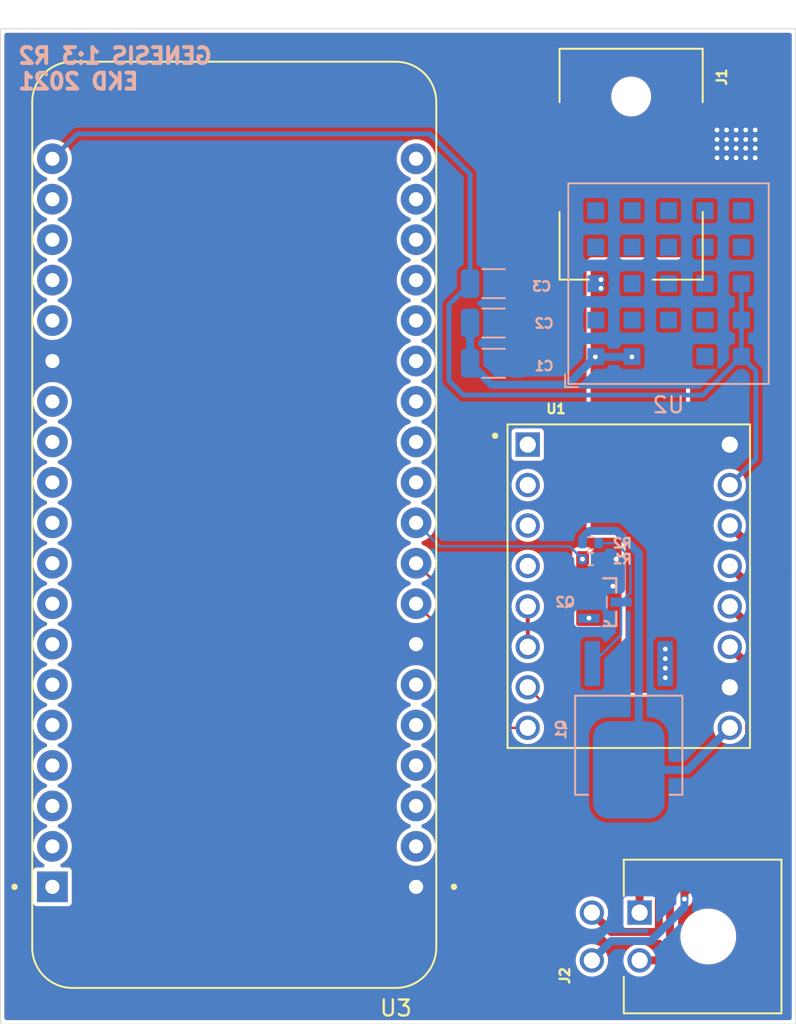
<source format=kicad_pcb>
(kicad_pcb (version 20211014) (generator pcbnew)

  (general
    (thickness 1.6)
  )

  (paper "A4")
  (layers
    (0 "F.Cu" signal)
    (31 "B.Cu" signal)
    (32 "B.Adhes" user "B.Adhesive")
    (33 "F.Adhes" user "F.Adhesive")
    (34 "B.Paste" user)
    (35 "F.Paste" user)
    (36 "B.SilkS" user "B.Silkscreen")
    (37 "F.SilkS" user "F.Silkscreen")
    (38 "B.Mask" user)
    (39 "F.Mask" user)
    (40 "Dwgs.User" user "User.Drawings")
    (41 "Cmts.User" user "User.Comments")
    (42 "Eco1.User" user "User.Eco1")
    (43 "Eco2.User" user "User.Eco2")
    (44 "Edge.Cuts" user)
    (45 "Margin" user)
    (46 "B.CrtYd" user "B.Courtyard")
    (47 "F.CrtYd" user "F.Courtyard")
    (48 "B.Fab" user)
    (49 "F.Fab" user)
  )

  (setup
    (pad_to_mask_clearance 0)
    (pcbplotparams
      (layerselection 0x00010fc_ffffffff)
      (disableapertmacros false)
      (usegerberextensions false)
      (usegerberattributes true)
      (usegerberadvancedattributes true)
      (creategerberjobfile true)
      (svguseinch false)
      (svgprecision 6)
      (excludeedgelayer true)
      (plotframeref false)
      (viasonmask false)
      (mode 1)
      (useauxorigin false)
      (hpglpennumber 1)
      (hpglpenspeed 20)
      (hpglpendiameter 15.000000)
      (dxfpolygonmode true)
      (dxfimperialunits true)
      (dxfusepcbnewfont true)
      (psnegative false)
      (psa4output false)
      (plotreference true)
      (plotvalue true)
      (plotinvisibletext false)
      (sketchpadsonfab false)
      (subtractmaskfromsilk false)
      (outputformat 1)
      (mirror false)
      (drillshape 0)
      (scaleselection 1)
      (outputdirectory "motorized_blinds")
    )
  )

  (net 0 "")
  (net 1 "/+12V")
  (net 2 "GND")
  (net 3 "/1B")
  (net 4 "/2A")
  (net 5 "/1A")
  (net 6 "/2B")
  (net 7 "/+V_MOT")
  (net 8 "Net-(Q1-Pad1)")
  (net 9 "Net-(Q2-Pad1)")
  (net 10 "/+5V")
  (net 11 "Net-(U1-Pad8)")
  (net 12 "Net-(U1-Pad7)")
  (net 13 "Net-(U1-Pad5)")
  (net 14 "Net-(U1-Pad4)")
  (net 15 "Net-(U1-Pad3)")
  (net 16 "Net-(U1-Pad2)")
  (net 17 "Net-(U1-Pad1)")
  (net 18 "Net-(U3-Pad5)")
  (net 19 "Net-(U3-Pad7)")
  (net 20 "Net-(U3-Pad8)")
  (net 21 "Net-(U3-Pad9)")
  (net 22 "Net-(U3-Pad10)")
  (net 23 "Net-(U3-Pad11)")
  (net 24 "Net-(U3-Pad12)")
  (net 25 "Net-(U3-Pad13)")
  (net 26 "Net-(U3-Pad14)")
  (net 27 "Net-(U3-Pad15)")
  (net 28 "Net-(U3-Pad16)")
  (net 29 "Net-(U3-Pad17)")
  (net 30 "Net-(U3-Pad18)")
  (net 31 "Net-(U3-Pad19)")
  (net 32 "Net-(U3-Pad24)")
  (net 33 "Net-(U3-Pad25)")
  (net 34 "Net-(U3-Pad26)")
  (net 35 "Net-(U3-Pad27)")
  (net 36 "Net-(U3-Pad28)")
  (net 37 "Net-(U3-Pad33)")
  (net 38 "Net-(U3-Pad34)")
  (net 39 "Net-(U3-Pad35)")
  (net 40 "Net-(U3-Pad36)")
  (net 41 "Net-(U3-Pad37)")
  (net 42 "Net-(U3-Pad4)")
  (net 43 "Net-(U3-Pad3)")
  (net 44 "Net-(U3-Pad2)")
  (net 45 "Net-(U3-Pad23)")
  (net 46 "Net-(U3-Pad22)")
  (net 47 "Net-(U3-Pad21)")
  (net 48 "Net-(U3-Pad20)")
  (net 49 "Net-(U2-PadD1)")
  (net 50 "Net-(U2-PadE5)")
  (net 51 "Net-(U2-PadE1)")

  (footprint "ekd_connectors:PJ-036AH-SMT-TR" (layer "F.Cu") (at 155.5 99 -90))

  (footprint "ekd_drivers:A4988" (layer "F.Cu") (at 156 117))

  (footprint "ekd_mcu:ESP32-WROOM-32" (layer "F.Cu") (at 131.2 118.1 180))

  (footprint "ekd_connectors:0430450402" (layer "F.Cu") (at 161 139 90))

  (footprint "ekd_resistors_smd:0402" (layer "B.Cu") (at 153.6 115.3))

  (footprint "ekd_fets:IRFR6215TRPBF" (layer "B.Cu") (at 156 126 -90))

  (footprint "ekd_fets:2N7002W-7-F" (layer "B.Cu") (at 154.5 118))

  (footprint "ekd_resistors_smd:0402" (layer "B.Cu") (at 153.6 114.3))

  (footprint "ekd_capacitors_smd:1206" (layer "B.Cu") (at 147.5 103))

  (footprint "ekd_capacitors_smd:1206" (layer "B.Cu") (at 147.5 100.474999))

  (footprint "ekd_capacitors_smd:1206" (layer "B.Cu") (at 147.5 98))

  (footprint "ekd_rpm:RPM5.0-6.0" (layer "B.Cu") (at 158.5 98))

  (gr_line (start 116.5 144.5) (end 116.5 82) (layer "Edge.Cuts") (width 0.05) (tstamp 00000000-0000-0000-0000-000061a29d4c))
  (gr_line (start 166.5 82) (end 166.5 144.5) (layer "Edge.Cuts") (width 0.05) (tstamp 65134029-dbd2-409a-85a8-13c2a33ff019))
  (gr_line (start 116.5 82) (end 166.5 82) (layer "Edge.Cuts") (width 0.05) (tstamp 7f52d787-caa3-4a92-b1b2-19d554dc29a4))
  (gr_line (start 166.5 144.5) (end 116.5 144.5) (layer "Edge.Cuts") (width 0.05) (tstamp 98c78427-acd5-4f90-9ad6-9f61c4809aec))
  (gr_text "GENESIS 1:3 R2\nEKD 2021" (at 117.5 84.5) (layer "B.SilkS") (tstamp 644bbd24-d19c-4ac4-8536-811a45903237)
    (effects (font (size 1 1) (thickness 0.25)) (justify right mirror))
  )

  (via (at 154.25 97.75) (size 0.5) (drill 0.3) (layers "F.Cu" "B.Cu") (net 1) (tstamp 309b3bff-19c8-41ec-a84d-63399c649f46))
  (via (at 153.9 102.6) (size 0.5) (drill 0.3) (layers "F.Cu" "B.Cu") (net 1) (tstamp 89e83c2e-e90a-4a50-b278-880bac0cfb49))
  (via (at 154.25 98.3) (size 0.5) (drill 0.3) (layers "F.Cu" "B.Cu") (net 1) (tstamp bd9595a1-04f3-4fda-8f1b-e65ad874edd3))
  (via (at 156.2 102.6) (size 0.5) (drill 0.3) (layers "F.Cu" "B.Cu") (net 1) (tstamp c1c799a0-3c93-493a-9ad7-8a0561bc69ee))
  (via (at 158.3 121.55) (size 0.5) (drill 0.3) (layers "F.Cu" "B.Cu") (net 1) (tstamp c9667181-b3c7-4b01-b8b4-baa29a9aea63))
  (via (at 158.3 122.75) (size 0.5) (drill 0.3) (layers "F.Cu" "B.Cu") (net 1) (tstamp cff34251-839c-4da9-a0ad-85d0fc4e32af))
  (via (at 158.3 122.15) (size 0.5) (drill 0.3) (layers "F.Cu" "B.Cu") (net 1) (tstamp d5b800ca-1ab6-4b66-b5f7-2dda5658b504))
  (via (at 158.3 120.95) (size 0.5) (drill 0.3) (layers "F.Cu" "B.Cu") (net 1) (tstamp ebd06df3-d52b-4cff-99a2-a771df6d3733))
  (segment (start 147.37501 104.35001) (end 146.025 103) (width 0.5) (layer "B.Cu") (net 1) (tstamp 173f6f06-e7d0-42ac-ab03-ce6b79b9eeee))
  (segment (start 153.9 102.6) (end 156.2 102.6) (width 0.5) (layer "B.Cu") (net 1) (tstamp 5e1ccda5-a997-475c-a565-10e978d13def))
  (segment (start 152.174995 104.325005) (end 153.925005 102.574995) (width 0.5) (layer "B.Cu") (net 1) (tstamp 81eda675-3429-4f2a-91bf-06dac2ffb0f0))
  (segment (start 146.025 103) (end 146.025 100.474999) (width 0.5) (layer "B.Cu") (net 1) (tstamp 8c0807a7-765b-4fa5-baaa-e09a2b610e6b))
  (segment (start 152.14999 104.35001) (end 147.37501 104.35001) (width 0.5) (layer "B.Cu") (net 1) (tstamp 935f462d-8b1e-4005-9f1e-17f537ab1756))
  (segment (start 143.67 135.7) (end 142.93 136.44) (width 0.3) (layer "F.Cu") (net 2) (tstamp 81a15393-727e-448b-a777-b18773023d89))
  (via (at 162.15 90.1) (size 0.5) (drill 0.3) (layers "F.Cu" "B.Cu") (net 2) (tstamp 00000000-0000-0000-0000-000061b53797))
  (via (at 161.55 90.1) (size 0.5) (drill 0.3) (layers "F.Cu" "B.Cu") (net 2) (tstamp 00000000-0000-0000-0000-000061b53798))
  (via (at 162.75 90.1) (size 0.5) (drill 0.3) (layers "F.Cu" "B.Cu") (net 2) (tstamp 00000000-0000-0000-0000-000061b53799))
  (via (at 163.95 90.1) (size 0.5) (drill 0.3) (layers "F.Cu" "B.Cu") (net 2) (tstamp 00000000-0000-0000-0000-000061b5379a))
  (via (at 163.35 90.1) (size 0.5) (drill 0.3) (layers "F.Cu" "B.Cu") (net 2) (tstamp 00000000-0000-0000-0000-000061b5379b))
  (via (at 162.75 88.35) (size 0.5) (drill 0.3) (layers "F.Cu" "B.Cu") (net 2) (tstamp 0ce8d3ab-2662-4158-8a2a-18b782908fc5))
  (via (at 163.95 88.35) (size 0.5) (drill 0.3) (layers "F.Cu" "B.Cu") (net 2) (tstamp 0e8f7fc0-2ef2-4b90-9c15-8a3a601ee459))
  (via (at 162.75 89.5) (size 0.5) (drill 0.3) (layers "F.Cu" "B.Cu") (net 2) (tstamp 224768bc-6009-43ba-aa4a-70cbaa15b5a3))
  (via (at 155 117) (size 0.5) (drill 0.3) (layers "F.Cu" "B.Cu") (net 2) (tstamp 240c10af-51b5-420e-a6f4-a2c8f5db1db5))
  (via (at 162.15 88.35) (size 0.5) (drill 0.3) (layers "F.Cu" "B.Cu") (net 2) (tstamp 29195ea4-8218-44a1-b4bf-466bee0082e4))
  (via (at 155.2 115.3) (size 0.5) (drill 0.3) (layers "F.Cu" "B.Cu") (net 2) (tstamp 40b14a16-fb82-4b9d-89dd-55cd98abb5cc))
  (via (at 162.15 89.5) (size 0.5) (drill 0.3) (layers "F.Cu" "B.Cu") (net 2) (tstamp 752417ee-7d0b-4ac8-a22c-26669881a2ab))
  (via (at 162.75 88.95) (size 0.5) (drill 0.3) (layers "F.Cu" "B.Cu") (net 2) (tstamp 88d2c4b8-79f2-4e8b-9f70-b7e0ed9c70f8))
  (via (at 162.15 88.95) (size 0.5) (drill 0.3) (layers "F.Cu" "B.Cu") (net 2) (tstamp 89c0bc4d-eee5-4a77-ac35-d30b35db5cbe))
  (via (at 161.55 89.5) (size 0.5) (drill 0.3) (layers "F.Cu" "B.Cu") (net 2) (tstamp 9f80220c-1612-4589-b9ca-a5579617bdb8))
  (via (at 163.95 88.95) (size 0.5) (drill 0.3) (layers "F.Cu" "B.Cu") (net 2) (tstamp a7531a95-7ca1-4f34-955e-18120cec99e6))
  (via (at 163.35 88.35) (size 0.5) (drill 0.3) (layers "F.Cu" "B.Cu") (net 2) (tstamp b0906e10-2fbc-4309-a8b4-6fc4cd1a5490))
  (via (at 161.55 88.35) (size 0.5) (drill 0.3) (layers "F.Cu" "B.Cu") (net 2) (tstamp d0fb0864-e79b-4bdc-8e8e-eed0cabe6d56))
  (via (at 163.35 89.5) (size 0.5) (drill 0.3) (layers "F.Cu" "B.Cu") (net 2) (tstamp d21cc5e4-177a-4e1d-a8d5-060ed33e5b8e))
  (via (at 161.55 88.95) (size 0.5) (drill 0.3) (layers "F.Cu" "B.Cu") (net 2) (tstamp e1c30a32-820e-4b17-aec9-5cb8b76f0ccc))
  (via (at 163.35 88.95) (size 0.5) (drill 0.3) (layers "F.Cu" "B.Cu") (net 2) (tstamp f8fc38ec-0b98-40bc-ae2f-e5cc29973bca))
  (via (at 163.95 89.5) (size 0.5) (drill 0.3) (layers "F.Cu" "B.Cu") (net 2) (tstamp fef37e8b-0ff0-4da2-8a57-acaf19551d1a))
  (segment (start 154.11 115.3) (end 155.2 115.3) (width 0.1524) (layer "B.Cu") (net 2) (tstamp 721d1be9-236e-470b-ba69-f1cc6c43faf9))
  (segment (start 153.484 116.984) (end 154.984 116.984) (width 0.1524) (layer "B.Cu") (net 2) (tstamp a4f86a46-3bc8-4daa-9125-a63f297eb114))
  (segment (start 159.5 136.25) (end 159.5 136.6) (width 0.5) (layer "F.Cu") (net 3) (tstamp 5487601b-81d3-4c70-8f3d-cf9df9c63302))
  (segment (start 162.35 113.19) (end 165.7 116.54) (width 0.5) (layer "F.Cu") (net 3) (tstamp 597a11f2-5d2c-4a65-ac95-38ad106e1367))
  (segment (start 165.7 130.05) (end 159.5 136.25) (width 0.5) (layer "F.Cu") (net 3) (tstamp a29f8df0-3fae-4edf-8d9c-bd5a875b13e3))
  (segment (start 165.7 116.54) (end 165.7 130.05) (width 0.5) (layer "F.Cu") (net 3) (tstamp e3fc1e69-a11c-4c84-8952-fefb9372474e))
  (via (at 159.5 136.65) (size 0.5) (drill 0.3) (layers "F.Cu" "B.Cu") (net 3) (tstamp d39d813e-3e64-490c-ba5c-a64bb5ad6bd0))
  (segment (start 159.5 137.165685) (end 159.5 136.65) (width 0.5) (layer "B.Cu") (net 3) (tstamp 3d8d38a0-dd71-4e70-9b1c-fca6a63ae371))
  (segment (start 154.895001 139.284999) (end 153.68 140.5) (width 0.5) (layer "B.Cu") (net 3) (tstamp 503dbd88-3e6b-48cc-a2ea-a6e28b52a1f7))
  (segment (start 157.380686 139.284999) (end 154.895001 139.284999) (width 0.5) (layer "B.Cu") (net 3) (tstamp 592f25e6-a01b-47fd-8172-3da01117d00a))
  (segment (start 159.5 137.165685) (end 157.380686 139.284999) (width 0.5) (layer "B.Cu") (net 3) (tstamp cb614b23-9af3-4aec-bed8-c1374e001510))
  (segment (start 157.895001 135.843505) (end 157.895001 138.625001) (width 0.5) (layer "F.Cu") (net 4) (tstamp 071522c0-d0ed-49b9-906e-6295f67fb0dc))
  (segment (start 157.895001 138.625001) (end 157.805001 138.715001) (width 0.5) (layer "F.Cu") (net 4) (tstamp 2846428d-39de-4eae-8ce2-64955d56c493))
  (segment (start 157.805001 138.715001) (end 154.895001 138.715001) (width 0.5) (layer "F.Cu") (net 4) (tstamp 4e315e69-0417-463a-8b7f-469a08d1496e))
  (segment (start 164.265011 129.473495) (end 157.895001 135.843505) (width 0.5) (layer "F.Cu") (net 4) (tstamp 4fa10683-33cd-4dcd-8acc-2415cd63c62a))
  (segment (start 164.265011 120.185011) (end 164.265011 129.473495) (width 0.5) (layer "F.Cu") (net 4) (tstamp 6a2b20ae-096c-4d9f-92f8-2087c865914f))
  (segment (start 162.35 118.27) (end 164.265011 120.185011) (width 0.5) (layer "F.Cu") (net 4) (tstamp 8bc2c25a-a1f1-4ce8-b96a-a4f8f4c35079))
  (segment (start 154.895001 138.715001) (end 153.68 137.5) (width 0.5) (layer "F.Cu") (net 4) (tstamp 9cbf35b8-f4d3-42a3-bb16-04ffd03fd8fd))
  (segment (start 158.595012 139.666861) (end 157.761873 140.5) (width 0.5) (layer "F.Cu") (net 5) (tstamp 88668202-3f0b-4d07-84d4-dcd790f57272))
  (segment (start 162.35 115.73) (end 165 118.38) (width 0.5) (layer "F.Cu") (net 5) (tstamp b1ddb058-f7b2-429c-9489-f4e2242ad7e5))
  (segment (start 157.761873 140.5) (end 156.68 140.5) (width 0.5) (layer "F.Cu") (net 5) (tstamp c106154f-d948-43e5-abfa-e1b96055d91b))
  (segment (start 158.595012 136.133458) (end 158.595012 139.666861) (width 0.5) (layer "F.Cu") (net 5) (tstamp c24d6ac8-802d-4df3-a210-9cb1f693e865))
  (segment (start 165 129.72847) (end 158.595012 136.133458) (width 0.5) (layer "F.Cu") (net 5) (tstamp eee16674-2d21-45b6-ab5e-d669125df26c))
  (segment (start 165 118.38) (end 165 129.72847) (width 0.5) (layer "F.Cu") (net 5) (tstamp f449bd37-cc90-4487-aee6-2a20b8d2843a))
  (segment (start 156.68 136.068542) (end 156.68 137.5) (width 0.5) (layer "F.Cu") (net 6) (tstamp 009a4fb4-fcc0-4623-ae5d-c1bae3219583))
  (segment (start 163.565001 129.183541) (end 156.68 136.068542) (width 0.5) (layer "F.Cu") (net 6) (tstamp 37f31dec-63fc-4634-a141-5dc5d2b60fe4))
  (segment (start 163.565001 122.025001) (end 163.565001 129.183541) (width 0.5) (layer "F.Cu") (net 6) (tstamp 91c1eb0a-67ae-4ef0-95ce-d060a03a7313))
  (segment (start 162.35 120.81) (end 163.565001 122.025001) (width 0.5) (layer "F.Cu") (net 6) (tstamp cf386a39-fc62-49dd-8ec5-e044f6bd67ce))
  (segment (start 159.7 128.54) (end 162.35 125.89) (width 0.5) (layer "B.Cu") (net 7) (tstamp 2dc54bac-8640-4dd7-b8ed-3c7acb01a8ea))
  (segment (start 153.09 114.3) (end 153.09 113.98) (width 0.5) (layer "B.Cu") (net 7) (tstamp 609b9e1b-4e3b-42b7-ac76-a62ec4d0e7c7))
  (segment (start 156.626401 114.926401) (end 156.626401 127.913599) (width 0.5) (layer "B.Cu") (net 7) (tstamp 6bf05d19-ba3e-4ba6-8a6f-4e0bc45ea3b2))
  (segment (start 153.54001 113.52999) (end 155.22999 113.52999) (width 0.5) (layer "B.Cu") (net 7) (tstamp 70fb572d-d5ec-41e7-9482-63d4578b4f47))
  (segment (start 153.09 113.98) (end 153.54001 113.52999) (width 0.5) (layer "B.Cu") (net 7) (tstamp 7afa54c4-2181-41d3-81f7-39efc497ecae))
  (segment (start 155.22999 113.52999) (end 156.626401 114.926401) (width 0.5) (layer "B.Cu") (net 7) (tstamp b7867831-ef82-4f33-a926-59e5c1c09b91))
  (segment (start 156.626401 127.913599) (end 156 128.54) (width 0.5) (layer "B.Cu") (net 7) (tstamp e54e5e19-1deb-49a9-8629-617db8e434c0))
  (segment (start 156 128.54) (end 159.7 128.54) (width 0.5) (layer "B.Cu") (net 7) (tstamp eae0ab9f-65b2-44d3-aba7-873c3227fba7))
  (segment (start 154.11 114.3) (end 155.20078 114.3) (width 0.1524) (layer "B.Cu") (net 8) (tstamp 065b9982-55f2-4822-977e-07e8a06e7b35))
  (segment (start 155.516 120.054) (end 153.71 121.86) (width 0.1524) (layer "B.Cu") (net 8) (tstamp 25e5aa8e-2696-44a3-8d3c-c2c53f2923cf))
  (segment (start 156.10019 117.41581) (end 155.516 118) (width 0.1524) (layer "B.Cu") (net 8) (tstamp 970e0f64-111f-41e3-9f5a-fb0d0f6fa101))
  (segment (start 155.516 118) (end 155.516 120.054) (width 0.1524) (layer "B.Cu") (net 8) (tstamp a24ddb4f-c217-42ca-b6cb-d12da84fb2b9))
  (segment (start 156.10019 115.19941) (end 156.10019 117.41581) (width 0.1524) (layer "B.Cu") (net 8) (tstamp a6ccc556-da88-4006-ae1a-cc35733efef3))
  (segment (start 155.20078 114.3) (end 156.10019 115.19941) (width 0.1524) (layer "B.Cu") (net 8) (tstamp dc2801a1-d539-4721-b31f-fe196b9f13df))
  (via (at 153.09 115.3) (size 0.5) (drill 0.3) (layers "F.Cu" "B.Cu") (net 9) (tstamp 0f31f11f-c374-4640-b9a4-07bbdba8d354))
  (via (at 153.5 119) (size 0.5) (drill 0.3) (layers "F.Cu" "B.Cu") (net 9) (tstamp be645d0f-8568-47a0-a152-e3ddd33563eb))
  (segment (start 142.63 113.02) (end 144.11 114.5) (width 0.1524) (layer "B.Cu") (net 9) (tstamp a53767ed-bb28-4f90-abe0-e0ea734812a4))
  (segment (start 152.29 114.5) (end 153.09 115.3) (width 0.1524) (layer "B.Cu") (net 9) (tstamp e4aa537c-eb9d-4dbb-ac87-fae46af42391))
  (segment (start 144.11 114.5) (end 152.29 114.5) (width 0.1524) (layer "B.Cu") (net 9) (tstamp f9403623-c00c-4b71-bc5c-d763ff009386))
  (segment (start 160.66 105) (end 145.6 105) (width 0.3) (layer "B.Cu") (net 10) (tstamp 0cc45b5b-96b3-4284-9cae-a3a9e324a916))
  (segment (start 143.5 88.6) (end 121.33 88.6) (width 0.3) (layer "B.Cu") (net 10) (tstamp 109caac1-5036-4f23-9a66-f569d871501b))
  (segment (start 121.33 88.6) (end 119.77 90.16) (width 0.3) (layer "B.Cu") (net 10) (tstamp 19b0959e-a79b-43b2-a5ad-525ced7e9131))
  (segment (start 146.025 91.125) (end 143.5 88.6) (width 0.3) (layer "B.Cu") (net 10) (tstamp 31540a7e-dc9e-4e4d-96b1-dab15efa5f4b))
  (segment (start 163.08 102.58) (end 160.66 105) (width 0.3) (layer "B.Cu") (net 10) (tstamp 4a850cb6-bb24-4274-a902-e49f34f0a0e3))
  (segment (start 144.7 104.1) (end 144.7 99.325) (width 0.3) (layer "B.Cu") (net 10) (tstamp 6b7c1048-12b6-46b2-b762-fa3ad30472dd))
  (segment (start 164 103.5) (end 164 109) (width 0.3) (layer "B.Cu") (net 10) (tstamp 7c04618d-9115-4179-b234-a8faf854ea92))
  (segment (start 146.025 98) (end 146.025 91.125) (width 0.3) (layer "B.Cu") (net 10) (tstamp 8c1605f9-6c91-4701-96bf-e753661d5e23))
  (segment (start 163.08 98) (end 163.08 100.29) (width 0.3) (layer "B.Cu") (net 10) (tstamp 998b7fa5-31a5-472e-9572-49d5226d6098))
  (segment (start 163.08 100.29) (end 163.08 102.58) (width 0.3) (layer "B.Cu") (net 10) (tstamp e4d2f565-25a0-48c6-be59-f4bf31ad2558))
  (segment (start 164 109) (end 162.35 110.65) (width 0.3) (layer "B.Cu") (net 10) (tstamp e502d1d5-04b0-4d4b-b5c3-8c52d09668e7))
  (segment (start 163.08 102.58) (end 164 103.5) (width 0.3) (layer "B.Cu") (net 10) (tstamp e67b9f8c-019b-4145-98a4-96545f6bb128))
  (segment (start 144.7 99.325) (end 146.025 98) (width 0.3) (layer "B.Cu") (net 10) (tstamp f1447ad6-651c-45be-a2d6-33bddf672c2c))
  (segment (start 145.6 105) (end 144.7 104.1) (width 0.3) (layer "B.Cu") (net 10) (tstamp f6c644f4-3036-41a6-9e14-2c08c079c6cd))
  (segment (start 144.752411 123.352411) (end 147.3 125.9) (width 0.1524) (layer "F.Cu") (net 11) (tstamp 1f8b2c0c-b042-4e2e-80f6-4959a27b238f))
  (segment (start 144.752411 117.682411) (end 144.752411 123.352411) (width 0.1524) (layer "F.Cu") (net 11) (tstamp 700e8b73-5976-423f-a3f3-ab3d9f3e9760))
  (segment (start 149.64 125.9) (end 149.65 125.89) (width 0.1524) (layer "F.Cu") (net 11) (tstamp 79e31048-072a-4a40-a625-26bb0b5f046b))
  (segment (start 147.3 125.9) (end 149.64 125.9) (width 0.1524) (layer "F.Cu") (net 11) (tstamp b4300db7-1220-431a-b7c3-2edbdf8fa6fc))
  (segment (start 142.63 115.56) (end 144.752411 117.682411) (width 0.1524) (layer "F.Cu") (net 11) (tstamp e5203297-b913-4288-a576-12a92185cb52))
  (segment (start 144.4 123.5) (end 148.6 127.7) (width 0.1524) (layer "F.Cu") (net 12) (tstamp 03c7f780-fc1b-487a-b30d-567d6c09fdc8))
  (segment (start 142.63 118.1) (end 144.4 119.87) (width 0.1524) (layer "F.Cu") (net 12) (tstamp 4107d40a-e5df-4255-aacc-13f9928e090c))
  (segment (start 148.6 127.7) (end 150.3 127.7) (width 0.1524) (layer "F.Cu") (net 12) (tstamp b873bc5d-a9af-4bd9-afcb-87ce4d417120))
  (segment (start 151 124.7) (end 149.65 123.35) (width 0.1524) (layer "F.Cu") (net 12) (tstamp b9bb0e73-161a-4d06-b6eb-a9f66d8a95f5))
  (segment (start 144.4 119.87) (end 144.4 123.5) (width 0.1524) (layer "F.Cu") (net 12) (tstamp c04386e0-b49e-4fff-b380-675af13a62cb))
  (segment (start 150.3 127.7) (end 151 127) (width 0.1524) (layer "F.Cu") (net 12) (tstamp c76d4423-ef1b-4a6f-8176-33d65f2877bb))
  (segment (start 151 127) (end 151 124.7) (width 0.1524) (layer "F.Cu") (net 12) (tstamp f7667b23-296e-4362-a7e3-949632c8954b))
  (segment (start 149.65 118.27) (end 149.65 120.81) (width 0.25) (layer "F.Cu") (net 13) (tstamp 0fdc6f30-77bc-4e9b-8665-c8aa9acf5bf9))

  (zone (net 1) (net_name "/+12V") (layer "F.Cu") (tstamp 00000000-0000-0000-0000-000061a3637b) (hatch edge 0.508)
    (priority 3)
    (connect_pads yes (clearance 0.254))
    (min_thickness 0.254) (filled_areas_thickness no)
    (fill yes (thermal_gap 0.508) (thermal_bridge_width 0.508))
    (polygon
      (pts
        (xy 159.6 123.7)
        (xy 155.8 123.7)
        (xy 155.8 113.7)
        (xy 153.6 113.7)
        (xy 153.6 96.6)
        (xy 159.6 96.6)
      )
    )
    (filled_polygon
      (layer "F.Cu")
      (pts
        (xy 159.542121 96.620002)
        (xy 159.588614 96.673658)
        (xy 159.6 96.726)
        (xy 159.6 123.574)
        (xy 159.579998 123.642121)
        (xy 159.526342 123.688614)
        (xy 159.474 123.7)
        (xy 155.926 123.7)
        (xy 155.857879 123.679998)
        (xy 155.811386 123.626342)
        (xy 155.8 123.574)
        (xy 155.8 113.7)
        (xy 153.726 113.7)
        (xy 153.657879 113.679998)
        (xy 153.611386 113.626342)
        (xy 153.6 113.574)
        (xy 153.6 96.726)
        (xy 153.620002 96.657879)
        (xy 153.673658 96.611386)
        (xy 153.726 96.6)
        (xy 159.474 96.6)
      )
    )
  )
  (zone (net 9) (net_name "Net-(Q2-Pad1)") (layer "F.Cu") (tstamp 00000000-0000-0000-0000-000061a3637e) (hatch edge 0.508)
    (priority 2)
    (connect_pads yes (clearance 0.254))
    (min_thickness 0.254) (filled_areas_thickness no)
    (fill yes (thermal_gap 0.508) (thermal_bridge_width 0.508))
    (polygon
      (pts
        (xy 153.5 115.9)
        (xy 154.4 115.9)
        (xy 154.4 119.5)
        (xy 152.7 119.5)
        (xy 152.7 114.8)
        (xy 153.5 114.8)
      )
    )
    (filled_polygon
      (layer "F.Cu")
      (pts
        (xy 153.442121 114.820002)
        (xy 153.488614 114.873658)
        (xy 153.5 114.926)
        (xy 153.5 115.9)
        (xy 154.274 115.9)
        (xy 154.342121 115.920002)
        (xy 154.388614 115.973658)
        (xy 154.4 116.026)
        (xy 154.4 119.374)
        (xy 154.379998 119.442121)
        (xy 154.326342 119.488614)
        (xy 154.274 119.5)
        (xy 152.826 119.5)
        (xy 152.757879 119.479998)
        (xy 152.711386 119.426342)
        (xy 152.7 119.374)
        (xy 152.7 114.926)
        (xy 152.720002 114.857879)
        (xy 152.773658 114.811386)
        (xy 152.826 114.8)
        (xy 153.374 114.8)
      )
    )
  )
  (zone (net 2) (net_name "GND") (layer "F.Cu") (tstamp 00000000-0000-0000-0000-000061a36384) (hatch edge 0.508)
    (connect_pads yes (clearance 0.254))
    (min_thickness 0.254) (filled_areas_thickness no)
    (fill yes (thermal_gap 0.508) (thermal_bridge_width 0.508))
    (polygon
      (pts
        (xy 166.5 144.5)
        (xy 116.5 144.5)
        (xy 116.5 82)
        (xy 166.5 82)
      )
    )
    (filled_polygon
      (layer "F.Cu")
      (pts
        (xy 166.188121 82.274002)
        (xy 166.234614 82.327658)
        (xy 166.246 82.38)
        (xy 166.246 116.064503)
        (xy 166.225998 116.132624)
        (xy 166.172342 116.179117)
        (xy 166.102068 116.189221)
        (xy 166.038709 116.160158)
        (xy 166.035056 116.155918)
        (xy 166.027522 116.151034)
        (xy 166.020956 116.145307)
        (xy 166.009542 116.136072)
        (xy 163.386056 113.512585)
        (xy 163.35203 113.450273)
        (xy 163.350145 113.407697)
        (xy 163.353537 113.380854)
        (xy 163.374034 113.218604)
        (xy 163.374433 113.19)
        (xy 163.354923 112.99102)
        (xy 163.297135 112.799619)
        (xy 163.203272 112.623087)
        (xy 163.185514 112.601313)
        (xy 163.080803 112.472924)
        (xy 163.0808 112.472921)
        (xy 163.076908 112.468149)
        (xy 163.070433 112.462792)
        (xy 162.998654 112.403412)
        (xy 162.922856 112.340707)
        (xy 162.746984 112.245613)
        (xy 162.651487 112.216052)
        (xy 162.561878 112.188313)
        (xy 162.561875 112.188312)
        (xy 162.555991 112.186491)
        (xy 162.549866 112.185847)
        (xy 162.549865 112.185847)
        (xy 162.36328 112.166236)
        (xy 162.363279 112.166236)
        (xy 162.357152 112.165592)
        (xy 162.274616 112.173104)
        (xy 162.164179 112.183154)
        (xy 162.164176 112.183155)
        (xy 162.15804 112.183713)
        (xy 162.152134 112.185451)
        (xy 162.15213 112.185452)
        (xy 162.007989 112.227875)
        (xy 161.966241 112.240162)
        (xy 161.789058 112.332791)
        (xy 161.633242 112.458071)
        (xy 161.504727 112.611229)
        (xy 161.501758 112.61663)
        (xy 161.501757 112.616631)
        (xy 161.411379 112.781026)
        (xy 161.411377 112.781031)
        (xy 161.408407 112.786433)
        (xy 161.406543 112.792308)
        (xy 161.406542 112.792311)
        (xy 161.404224 112.799619)
        (xy 161.347953 112.977008)
        (xy 161.325667 113.175697)
        (xy 161.342397 113.37493)
        (xy 161.364001 113.450273)
        (xy 161.381869 113.512585)
        (xy 161.397506 113.567119)
        (xy 161.400325 113.572604)
        (xy 161.486078 113.739462)
        (xy 161.486081 113.739467)
        (xy 161.488896 113.744944)
        (xy 161.613085 113.901631)
        (xy 161.617779 113.905626)
        (xy 161.698121 113.974002)
        (xy 161.765342 114.031212)
        (xy 161.77072 114.034218)
        (xy 161.770722 114.034219)
        (xy 161.812794 114.057732)
        (xy 161.939869 114.128752)
        (xy 162.130018 114.190535)
        (xy 162.328546 114.214208)
        (xy 162.334681 114.213736)
        (xy 162.334683 114.213736)
        (xy 162.52175 114.199343)
        (xy 162.521755 114.199342)
        (xy 162.527891 114.19887)
        (xy 162.548836 114.193022)
        (xy 162.619824 114.193967)
        (xy 162.671814 114.225285)
        (xy 165.158595 116.712066)
        (xy 165.192621 116.774378)
        (xy 165.1955 116.801161)
        (xy 165.1955 117.557839)
        (xy 165.175498 117.62596)
        (xy 165.121842 117.672453)
        (xy 165.051568 117.682557)
        (xy 164.986988 117.653063)
        (xy 164.980405 117.646934)
        (xy 163.386056 116.052585)
        (xy 163.35203 115.990273)
        (xy 163.350145 115.947697)
        (xy 163.353537 115.920854)
        (xy 163.374034 115.758604)
        (xy 163.374433 115.73)
        (xy 163.373262 115.718052)
        (xy 163.366197 115.646)
        (xy 163.354923 115.53102)
        (xy 163.297135 115.339619)
        (xy 163.203272 115.163087)
        (xy 163.185514 115.141313)
        (xy 163.080803 115.012924)
        (xy 163.0808 115.012921)
        (xy 163.076908 115.008149)
        (xy 163.070433 115.002792)
        (xy 162.983053 114.930506)
        (xy 162.922856 114.880707)
        (xy 162.746984 114.785613)
        (xy 162.651487 114.756052)
        (xy 162.561878 114.728313)
        (xy 162.561875 114.728312)
        (xy 162.555991 114.726491)
        (xy 162.549866 114.725847)
        (xy 162.549865 114.725847)
        (xy 162.36328 114.706236)
        (xy 162.363279 114.706236)
        (xy 162.357152 114.705592)
        (xy 162.279028 114.712702)
        (xy 162.164179 114.723154)
        (xy 162.164176 114.723155)
        (xy 162.15804 114.723713)
        (xy 162.152134 114.725451)
        (xy 162.15213 114.725452)
        (xy 162.007989 114.767875)
        (xy 161.966241 114.780162)
        (xy 161.789058 114.872791)
        (xy 161.633242 114.998071)
        (xy 161.504727 115.151229)
        (xy 161.501758 115.15663)
        (xy 161.501757 115.156631)
        (xy 161.411379 115.321026)
        (xy 161.411377 115.321031)
        (xy 161.408407 115.326433)
        (xy 161.406543 115.332308)
        (xy 161.406542 115.332311)
        (xy 161.404224 115.339619)
        (xy 161.347953 115.517008)
        (xy 161.325667 115.715697)
        (xy 161.342397 115.91493)
        (xy 161.364001 115.990273)
        (xy 161.389371 116.078748)
        (xy 161.397506 116.107119)
        (xy 161.400325 116.112604)
        (xy 161.486078 116.279462)
        (xy 161.486081 116.279467)
        (xy 161.488896 116.284944)
        (xy 161.613085 116.441631)
        (xy 161.617779 116.445626)
        (xy 161.709536 116.523717)
        (xy 161.765342 116.571212)
        (xy 161.77072 116.574218)
        (xy 161.770722 116.574219)
        (xy 161.812794 116.597732)
        (xy 161.939869 116.668752)
        (xy 162.130018 116.730535)
        (xy 162.328546 116.754208)
        (xy 162.334681 116.753736)
        (xy 162.334683 116.753736)
        (xy 162.52175 116.739343)
        (xy 162.521755 116.739342)
        (xy 162.527891 116.73887)
        (xy 162.548836 116.733022)
        (xy 162.619824 116.733967)
        (xy 162.671814 116.765285)
        (xy 164.458595 118.552066)
        (xy 164.492621 118.614378)
        (xy 164.4955 118.641161)
        (xy 164.4955 119.397839)
        (xy 164.475498 119.46596)
        (xy 164.421842 119.512453)
        (xy 164.351568 119.522557)
        (xy 164.286988 119.493063)
        (xy 164.280405 119.486934)
        (xy 163.386056 118.592585)
        (xy 163.35203 118.530273)
        (xy 163.350145 118.487697)
        (xy 163.353537 118.460854)
        (xy 163.374034 118.298604)
        (xy 163.374433 118.27)
        (xy 163.354923 118.07102)
        (xy 163.297135 117.879619)
        (xy 163.203272 117.703087)
        (xy 163.185514 117.681313)
        (xy 163.080803 117.552924)
        (xy 163.0808 117.552921)
        (xy 163.076908 117.548149)
        (xy 163.070433 117.542792)
        (xy 162.989826 117.476109)
        (xy 162.922856 117.420707)
        (xy 162.746984 117.325613)
        (xy 162.651488 117.296052)
        (xy 162.561878 117.268313)
        (xy 162.561875 117.268312)
        (xy 162.555991 117.266491)
        (xy 162.549866 117.265847)
        (xy 162.549865 117.265847)
        (xy 162.36328 117.246236)
        (xy 162.363279 117.246236)
        (xy 162.357152 117.245592)
        (xy 162.274616 117.253104)
        (xy 162.164179 117.263154)
        (xy 162.164176 117.263155)
        (xy 162.15804 117.263713)
        (xy 162.152134 117.265451)
        (xy 162.15213 117.265452)
        (xy 162.007989 117.307875)
        (xy 161.966241 117.320162)
        (xy 161.789058 117.412791)
        (xy 161.633242 117.538071)
        (xy 161.504727 117.691229)
        (xy 161.501758 117.69663)
        (xy 161.501757 117.696631)
        (xy 161.411379 117.861026)
        (xy 161.411377 117.861031)
        (xy 161.408407 117.866433)
        (xy 161.406543 117.872308)
        (xy 161.406542 117.872311)
        (xy 161.404224 117.879619)
        (xy 161.347953 118.057008)
        (xy 161.325667 118.255697)
        (xy 161.342397 118.45493)
        (xy 161.364001 118.530273)
        (xy 161.395798 118.641161)
        (xy 161.397506 118.647119)
        (xy 161.400325 118.652604)
        (xy 161.486078 118.819462)
        (xy 161.486081 118.819467)
        (xy 161.488896 118.824944)
        (xy 161.613085 118.981631)
        (xy 161.765342 119.111212)
        (xy 161.77072 119.114218)
        (xy 161.770722 119.114219)
        (xy 161.812794 119.137732)
        (xy 161.939869 119.208752)
        (xy 162.130018 119.270535)
        (xy 162.328546 119.294208)
        (xy 162.334681 119.293736)
        (xy 162.334683 119.293736)
        (xy 162.52175 119.279343)
        (xy 162.521755 119.279342)
        (xy 162.527891 119.27887)
        (xy 162.548836 119.273022)
        (xy 162.619824 119.273967)
        (xy 162.671814 119.305285)
        (xy 163.723606 120.357076)
        (xy 163.757631 120.419388)
        (xy 163.760511 120.446171)
        (xy 163.760511 121.20285)
        (xy 163.740509 121.270971)
        (xy 163.686853 121.317464)
        (xy 163.616579 121.327568)
        (xy 163.551999 121.298074)
        (xy 163.545416 121.291945)
        (xy 163.386056 121.132585)
        (xy 163.35203 121.070273)
        (xy 163.350145 121.027697)
        (xy 163.353537 121.000854)
        (xy 163.374034 120.838604)
        (xy 163.374433 120.81)
        (xy 163.354923 120.61102)
        (xy 163.297135 120.419619)
        (xy 163.203272 120.243087)
        (xy 163.185514 120.221313)
        (xy 163.080803 120.092924)
        (xy 163.0808 120.092921)
        (xy 163.076908 120.088149)
        (xy 163.070433 120.082792)
        (xy 162.93418 119.970075)
        (xy 162.922856 119.960707)
        (xy 162.746984 119.865613)
        (xy 162.651487 119.836052)
        (xy 162.561878 119.808313)
        (xy 162.561875 119.808312)
        (xy 162.555991 119.806491)
        (xy 162.549866 119.805847)
        (xy 162.549865 119.805847)
        (xy 162.36328 119.786236)
        (xy 162.363279 119.786236)
        (xy 162.357152 119.785592)
        (xy 162.274616 119.793104)
        (xy 162.164179 119.803154)
        (xy 162.164176 119.803155)
        (xy 162.15804 119.803713)
        (xy 162.152134 119.805451)
        (xy 162.15213 119.805452)
        (xy 162.028328 119.841889)
        (xy 161.966241 119.860162)
        (xy 161.789058 119.952791)
        (xy 161.633242 120.078071)
        (xy 161.504727 120.231229)
        (xy 161.501758 120.23663)
        (xy 161.501757 120.236631)
        (xy 161.411379 120.401026)
        (xy 161.411377 120.401031)
        (xy 161.408407 120.406433)
        (xy 161.406543 120.412308)
        (xy 161.406542 120.412311)
        (xy 161.404297 120.419388)
        (xy 161.347953 120.597008)
        (xy 161.325667 120.795697)
        (xy 161.342397 120.99493)
        (xy 161.364001 121.070273)
        (xy 161.381869 121.132585)
        (xy 161.397506 121.187119)
        (xy 161.400325 121.192604)
        (xy 161.486078 121.359462)
        (xy 161.486081 121.359467)
        (xy 161.488896 121.364944)
        (xy 161.613085 121.521631)
        (xy 161.765342 121.651212)
        (xy 161.77072 121.654218)
        (xy 161.770722 121.654219)
        (xy 161.812794 121.677732)
        (xy 161.939869 121.748752)
        (xy 162.130018 121.810535)
        (xy 162.328546 121.834208)
        (xy 162.334681 121.833736)
        (xy 162.334683 121.833736)
        (xy 162.52175 121.819343)
        (xy 162.521755 121.819342)
        (xy 162.527891 121.81887)
        (xy 162.548836 121.813022)
        (xy 162.619824 121.813967)
        (xy 162.671814 121.845285)
        (xy 163.023596 122.197067)
        (xy 163.057622 122.259379)
        (xy 163.060501 122.286162)
        (xy 163.060501 124.903764)
        (xy 163.040499 124.971885)
        (xy 162.986843 125.018378)
        (xy 162.916569 125.028482)
        (xy 162.874572 125.0146)
        (xy 162.746984 124.945613)
        (xy 162.651487 124.916052)
        (xy 162.561878 124.888313)
        (xy 162.561875 124.888312)
        (xy 162.555991 124.886491)
        (xy 162.549866 124.885847)
        (xy 162.549865 124.885847)
        (xy 162.36328 124.866236)
        (xy 162.363279 124.866236)
        (xy 162.357152 124.865592)
        (xy 162.274616 124.873104)
        (xy 162.164179 124.883154)
        (xy 162.164176 124.883155)
        (xy 162.15804 124.883713)
        (xy 162.152134 124.885451)
        (xy 162.15213 124.885452)
        (xy 162.007989 124.927875)
        (xy 161.966241 124.940162)
        (xy 161.877649 124.986477)
        (xy 161.816628 125.018378)
        (xy 161.789058 125.032791)
        (xy 161.633242 125.158071)
        (xy 161.504727 125.311229)
        (xy 161.501758 125.31663)
        (xy 161.501757 125.316631)
        (xy 161.411379 125.481026)
        (xy 161.411378 125.481029)
        (xy 161.408407 125.486433)
        (xy 161.347953 125.677008)
        (xy 161.325667 125.875697)
        (xy 161.342397 126.07493)
        (xy 161.365431 126.155259)
        (xy 161.39427 126.255832)
        (xy 161.397506 126.267119)
        (xy 161.400325 126.272604)
        (xy 161.486078 126.439462)
        (xy 161.486081 126.439467)
        (xy 161.488896 126.444944)
        (xy 161.613085 126.601631)
        (xy 161.617779 126.605626)
        (xy 161.643123 126.627195)
        (xy 161.765342 126.731212)
        (xy 161.77072 126.734218)
        (xy 161.770722 126.734219)
        (xy 161.812794 126.757732)
        (xy 161.939869 126.828752)
        (xy 162.130018 126.890535)
        (xy 162.328546 126.914208)
        (xy 162.334681 126.913736)
        (xy 162.334683 126.913736)
        (xy 162.52175 126.899343)
        (xy 162.521755 126.899342)
        (xy 162.527891 126.89887)
        (xy 162.533823 126.897214)
        (xy 162.533827 126.897213)
        (xy 162.630101 126.870332)
        (xy 162.72046 126.845103)
        (xy 162.72596 126.842325)
        (xy 162.725962 126.842324)
        (xy 162.877691 126.765681)
        (xy 162.947513 126.752821)
        (xy 163.013204 126.779751)
        (xy 163.053907 126.837921)
        (xy 163.060501 126.878147)
        (xy 163.060501 128.92238)
        (xy 163.040499 128.990501)
        (xy 163.023596 129.011475)
        (xy 156.373206 135.661865)
        (xy 156.363766 135.669407)
        (xy 156.364089 135.669787)
        (xy 156.357253 135.675605)
        (xy 156.349661 135.680395)
        (xy 156.343719 135.687123)
        (xy 156.314329 135.720401)
        (xy 156.308983 135.726088)
        (xy 156.297649 135.737422)
        (xy 156.294964 135.741005)
        (xy 156.294962 135.741007)
        (xy 156.291447 135.745697)
        (xy 156.285062 135.75354)
        (xy 156.253999 135.788712)
        (xy 156.250186 135.796834)
        (xy 156.248346 135.799635)
        (xy 156.239937 135.81363)
        (xy 156.238315 135.816593)
        (xy 156.23293 135.823778)
        (xy 156.229777 135.832188)
        (xy 156.229776 135.83219)
        (xy 156.216454 135.867724)
        (xy 156.21253 135.877037)
        (xy 156.192583 135.919524)
        (xy 156.191201 135.928398)
        (xy 156.190215 135.931625)
        (xy 156.186075 135.947408)
        (xy 156.185354 135.950686)
        (xy 156.182202 135.959094)
        (xy 156.181537 135.968045)
        (xy 156.178724 136.005899)
        (xy 156.17757 136.015946)
        (xy 156.1755 136.029239)
        (xy 156.1755 136.044604)
        (xy 156.175154 136.053941)
        (xy 156.171493 136.103209)
        (xy 156.173366 136.111984)
        (xy 156.173959 136.12068)
        (xy 156.1755 136.13528)
        (xy 156.1755 136.354501)
        (xy 156.155498 136.422622)
        (xy 156.101842 136.469115)
        (xy 156.0495 136.480501)
        (xy 155.889934 136.480501)
        (xy 155.854182 136.487612)
        (xy 155.827874 136.492844)
        (xy 155.827872 136.492845)
        (xy 155.815699 136.495266)
        (xy 155.805379 136.502161)
        (xy 155.805378 136.502162)
        (xy 155.744985 136.542516)
        (xy 155.731516 136.551516)
        (xy 155.675266 136.635699)
        (xy 155.6605 136.709933)
        (xy 155.660501 137.434767)
        (xy 155.660501 138.084501)
        (xy 155.640499 138.152622)
        (xy 155.586843 138.199115)
        (xy 155.534501 138.210501)
        (xy 155.156162 138.210501)
        (xy 155.088041 138.190499)
        (xy 155.067067 138.173596)
        (xy 154.716056 137.822585)
        (xy 154.68203 137.760273)
        (xy 154.680145 137.717697)
        (xy 154.682025 137.70282)
        (xy 154.704034 137.528604)
        (xy 154.704433 137.5)
        (xy 154.684923 137.30102)
        (xy 154.627135 137.109619)
        (xy 154.533272 136.933087)
        (xy 154.486823 136.876135)
        (xy 154.410803 136.782924)
        (xy 154.4108 136.782921)
        (xy 154.406908 136.778149)
        (xy 154.400433 136.772792)
        (xy 154.317113 136.703865)
        (xy 154.252856 136.650707)
        (xy 154.076984 136.555613)
        (xy 153.981487 136.526052)
        (xy 153.891878 136.498313)
        (xy 153.891875 136.498312)
        (xy 153.885991 136.496491)
        (xy 153.879866 136.495847)
        (xy 153.879865 136.495847)
        (xy 153.69328 136.476236)
        (xy 153.693279 136.476236)
        (xy 153.687152 136.475592)
        (xy 153.619939 136.481709)
        (xy 153.494179 136.493154)
        (xy 153.494176 136.493155)
        (xy 153.48804 136.493713)
        (xy 153.482134 136.495451)
        (xy 153.48213 136.495452)
        (xy 153.337989 136.537875)
        (xy 153.296241 136.550162)
        (xy 153.119058 136.642791)
        (xy 152.963242 136.768071)
        (xy 152.834727 136.921229)
        (xy 152.831758 136.92663)
        (xy 152.831757 136.926631)
        (xy 152.741379 137.091026)
        (xy 152.741377 137.091031)
        (xy 152.738407 137.096433)
        (xy 152.736543 137.102308)
        (xy 152.736542 137.102311)
        (xy 152.683836 137.268463)
        (xy 152.677953 137.287008)
        (xy 152.655667 137.485697)
        (xy 152.658974 137.525081)
        (xy 152.662344 137.565206)
        (xy 152.672397 137.68493)
        (xy 152.685718 137.731386)
        (xy 152.711869 137.822585)
        (xy 152.727506 137.877119)
        (xy 152.735545 137.892761)
        (xy 152.816078 138.049462)
        (xy 152.816081 138.049467)
        (xy 152.818896 138.054944)
        (xy 152.943085 138.211631)
        (xy 153.095342 138.341212)
        (xy 153.269869 138.438752)
        (xy 153.460018 138.500535)
        (xy 153.658546 138.524208)
        (xy 153.664681 138.523736)
        (xy 153.664683 138.523736)
        (xy 153.85175 138.509343)
        (xy 153.851755 138.509342)
        (xy 153.857891 138.50887)
        (xy 153.878836 138.503022)
        (xy 153.949824 138.503967)
        (xy 154.001814 138.535285)
        (xy 154.488324 139.021795)
        (xy 154.495866 139.031235)
        (xy 154.496246 139.030912)
        (xy 154.502064 139.037748)
        (xy 154.506854 139.04534)
        (xy 154.513582 139.051282)
        (xy 154.54686 139.080672)
        (xy 154.552547 139.086018)
        (xy 154.563881 139.097352)
        (xy 154.567464 139.100037)
        (xy 154.567466 139.100039)
        (xy 154.572156 139.103554)
        (xy 154.579999 139.109939)
        (xy 154.615171 139.141002)
        (xy 154.623293 139.144815)
        (xy 154.626094 139.146655)
        (xy 154.640089 139.155064)
        (xy 154.643052 139.156686)
        (xy 154.650237 139.162071)
        (xy 154.658647 139.165224)
        (xy 154.658649 139.165225)
        (xy 154.694183 139.178547)
        (xy 154.703496 139.182471)
        (xy 154.745983 139.202418)
        (xy 154.754857 139.2038)
        (xy 154.758084 139.204786)
        (xy 154.773867 139.208926)
        (xy 154.777145 139.209647)
        (xy 154.785553 139.212799)
        (xy 154.79931 139.213821)
        (xy 154.832358 139.216277)
        (xy 154.842405 139.217431)
        (xy 154.850887 139.218752)
        (xy 154.85089 139.218752)
        (xy 154.855698 139.219501)
        (xy 154.871063 139.219501)
        (xy 154.880401 139.219847)
        (xy 154.929668 139.223508)
        (xy 154.938443 139.221635)
        (xy 154.947139 139.221042)
        (xy 154.961739 139.219501)
        (xy 157.734377 139.219501)
        (xy 157.746382 139.220842)
        (xy 157.746422 139.220346)
        (xy 157.755369 139.221066)
        (xy 157.764125 139.223047)
        (xy 157.817383 139.219743)
        (xy 157.825185 139.219501)
        (xy 157.841227 139.219501)
        (xy 157.845658 139.218866)
        (xy 157.845663 139.218866)
        (xy 157.849688 139.218289)
        (xy 157.851458 139.218036)
        (xy 157.861515 139.217005)
        (xy 157.883977 139.215612)
        (xy 157.899401 139.214655)
        (xy 157.899403 139.214655)
        (xy 157.90836 139.214099)
        (xy 157.916803 139.211051)
        (xy 157.920087 139.210371)
        (xy 157.940472 139.205288)
        (xy 157.944488 139.204713)
        (xy 157.946642 139.204404)
        (xy 158.016911 139.214542)
        (xy 158.070544 139.261062)
        (xy 158.090512 139.32913)
        (xy 158.090512 139.4057)
        (xy 158.07051 139.473821)
        (xy 158.053607 139.494796)
        (xy 157.66873 139.879672)
        (xy 157.606418 139.913697)
        (xy 157.535602 139.908632)
        (xy 157.481992 139.870211)
        (xy 157.410807 139.782929)
        (xy 157.410802 139.782924)
        (xy 157.406908 139.778149)
        (xy 157.400433 139.772792)
        (xy 157.290031 139.681461)
        (xy 157.252856 139.650707)
        (xy 157.076984 139.555613)
        (xy 156.966062 139.521277)
        (xy 156.891878 139.498313)
        (xy 156.891875 139.498312)
        (xy 156.885991 139.496491)
        (xy 156.879866 139.495847)
        (xy 156.879865 139.495847)
        (xy 156.69328 139.476236)
        (xy 156.693279 139.476236)
        (xy 156.687152 139.475592)
        (xy 156.604616 139.483104)
        (xy 156.494179 139.493154)
        (xy 156.494176 139.493155)
        (xy 156.48804 139.493713)
        (xy 156.482134 139.495451)
        (xy 156.48213 139.495452)
        (xy 156.337989 139.537875)
        (xy 156.296241 139.550162)
        (xy 156.286076 139.555476)
        (xy 156.13399 139.634985)
        (xy 156.119058 139.642791)
        (xy 155.963242 139.768071)
        (xy 155.834727 139.921229)
        (xy 155.831758 139.92663)
        (xy 155.831757 139.926631)
        (xy 155.741379 140.091026)
        (xy 155.741377 140.091031)
        (xy 155.738407 140.096433)
        (xy 155.736543 140.102308)
        (xy 155.736542 140.102311)
        (xy 155.734979 140.107239)
        (xy 155.677953 140.287008)
        (xy 155.655667 140.485697)
        (xy 155.672397 140.68493)
        (xy 155.687919 140.739063)
        (xy 155.725566 140.870353)
        (xy 155.727506 140.877119)
        (xy 155.730325 140.882604)
        (xy 155.816078 141.049462)
        (xy 155.816081 141.049467)
        (xy 155.818896 141.054944)
        (xy 155.943085 141.211631)
        (xy 156.095342 141.341212)
        (xy 156.10072 141.344218)
        (xy 156.100722 141.344219)
        (xy 156.142794 141.367732)
        (xy 156.269869 141.438752)
        (xy 156.460018 141.500535)
        (xy 156.658546 141.524208)
        (xy 156.664681 141.523736)
        (xy 156.664683 141.523736)
        (xy 156.85175 141.509343)
        (xy 156.851755 141.509342)
        (xy 156.857891 141.50887)
        (xy 156.863823 141.507214)
        (xy 156.863827 141.507213)
        (xy 156.954176 141.481986)
        (xy 157.05046 141.455103)
        (xy 157.228919 141.364957)
        (xy 157.259312 141.341212)
        (xy 157.381619 141.245655)
        (xy 157.386469 141.241866)
        (xy 157.51711 141.090516)
        (xy 157.529751 141.068264)
        (xy 157.580788 141.018913)
        (xy 157.639307 141.0045)
        (xy 157.691249 141.0045)
        (xy 157.703254 141.005841)
        (xy 157.703294 141.005345)
        (xy 157.712241 141.006065)
        (xy 157.720997 141.008046)
        (xy 157.774255 141.004742)
        (xy 157.782057 141.0045)
        (xy 157.798099 141.0045)
        (xy 157.80253 141.003865)
        (xy 157.802535 141.003865)
        (xy 157.80656 141.003288)
        (xy 157.80833 141.003035)
        (xy 157.818387 141.002004)
        (xy 157.840849 141.000611)
        (xy 157.856273 140.999654)
        (xy 157.856275 140.999654)
        (xy 157.865232 140.999098)
        (xy 157.873672 140.996051)
        (xy 157.876962 140.99537)
        (xy 157.892811 140.991418)
        (xy 157.896041 140.990473)
        (xy 157.904925 140.989201)
        (xy 157.947636 140.969782)
        (xy 157.957001 140.96597)
        (xy 157.99271 140.953078)
        (xy 157.992713 140.953076)
        (xy 158.001157 140.950028)
        (xy 158.008406 140.944732)
        (xy 158.011363 140.94316)
        (xy 158.025487 140.934907)
        (xy 158.02831 140.933102)
        (xy 158.036478 140.929388)
        (xy 158.043275 140.923531)
        (xy 158.043277 140.92353)
        (xy 158.072026 140.898757)
        (xy 158.079937 140.892475)
        (xy 158.090817 140.884527)
        (xy 158.101679 140.873665)
        (xy 158.108526 140.867307)
        (xy 158.139155 140.840915)
        (xy 158.145955 140.835056)
        (xy 158.150839 140.827521)
        (xy 158.156572 140.820949)
        (xy 158.165799 140.809545)
        (xy 158.901806 140.073538)
        (xy 158.911246 140.065996)
        (xy 158.910923 140.065616)
        (xy 158.917759 140.059798)
        (xy 158.925351 140.055008)
        (xy 158.960684 140.015001)
        (xy 158.966029 140.009315)
        (xy 158.977363 139.997981)
        (xy 158.98005 139.994395)
        (xy 158.980055 139.99439)
        (xy 158.983569 139.989702)
        (xy 158.98995 139.981864)
        (xy 159.015072 139.953418)
        (xy 159.021013 139.946691)
        (xy 159.024827 139.938568)
        (xy 159.026673 139.935757)
        (xy 159.035084 139.921758)
        (xy 159.036698 139.918809)
        (xy 159.042082 139.911626)
        (xy 159.058554 139.867687)
        (xy 159.062481 139.858367)
        (xy 159.078614 139.824005)
        (xy 159.078614 139.824004)
        (xy 159.082429 139.815879)
        (xy 159.08381 139.807008)
        (xy 159.084795 139.803786)
        (xy 159.088932 139.788015)
        (xy 159.089656 139.784721)
        (xy 159.09281 139.776309)
        (xy 159.096288 139.729511)
        (xy 159.097438 139.719487)
        (xy 159.099512 139.706164)
        (xy 159.099512 139.690799)
        (xy 159.099859 139.681461)
        (xy 159.103313 139.634985)
        (xy 159.128308 139.568534)
        (xy 159.185262 139.526145)
        (xy 159.256092 139.521277)
        (xy 159.318309 139.555476)
        (xy 159.348917 139.607348)
        (xy 159.349056 139.607296)
        (xy 159.34935 139.608083)
        (xy 159.349933 139.609071)
        (xy 159.352 139.616162)
        (xy 159.35396 139.620414)
        (xy 159.353961 139.620416)
        (xy 159.369737 139.654637)
        (xy 159.461177 139.852984)
        (xy 159.463737 139.856889)
        (xy 159.46374 139.856894)
        (xy 159.601592 140.067154)
        (xy 159.601596 140.067159)
        (xy 159.604158 140.071067)
        (xy 159.777804 140.265621)
        (xy 159.9783 140.432371)
        (xy 160.20124 140.567655)
        (xy 160.205548 140.569462)
        (xy 160.205549 140.569462)
        (xy 160.437413 140.666691)
        (xy 160.437418 140.666693)
        (xy 160.441728 140.6685)
        (xy 160.44626 140.669651)
        (xy 160.446263 140.669652)
        (xy 160.506422 140.68493)
        (xy 160.69448 140.73269)
        (xy 160.911072 140.7545)
        (xy 161.066206 140.7545)
        (xy 161.068531 140.754327)
        (xy 161.068537 140.754327)
        (xy 161.255407 140.74044)
        (xy 161.255411 140.740439)
        (xy 161.260059 140.740094)
        (xy 161.514405 140.682542)
        (xy 161.75745 140.588027)
        (xy 161.761504 140.58571)
        (xy 161.761508 140.585708)
        (xy 161.911464 140.5)
        (xy 161.983855 140.458625)
        (xy 162.188647 140.29718)
        (xy 162.367326 140.107239)
        (xy 162.505105 139.908632)
        (xy 162.513303 139.896815)
        (xy 162.513305 139.896812)
        (xy 162.515968 139.892973)
        (xy 162.518036 139.88878)
        (xy 162.629241 139.663278)
        (xy 162.629242 139.663275)
        (xy 162.631306 139.65909)
        (xy 162.632732 139.654637)
        (xy 162.709382 139.415179)
        (xy 162.710807 139.410728)
        (xy 162.718124 139.365804)
        (xy 162.751974 139.157955)
        (xy 162.752725 139.153344)
        (xy 162.756138 138.89259)
        (xy 162.720972 138.634196)
        (xy 162.648 138.383838)
        (xy 162.538823 138.147016)
        (xy 162.53626 138.143106)
        (xy 162.398408 137.932846)
        (xy 162.398404 137.932841)
        (xy 162.395842 137.928933)
        (xy 162.222196 137.734379)
        (xy 162.0217 137.567629)
        (xy 161.79876 137.432345)
        (xy 161.794451 137.430538)
        (xy 161.562587 137.333309)
        (xy 161.562582 137.333307)
        (xy 161.558272 137.3315)
        (xy 161.55374 137.330349)
        (xy 161.553737 137.330348)
        (xy 161.383082 137.287008)
        (xy 161.30552 137.26731)
        (xy 161.088928 137.2455)
        (xy 160.933794 137.2455)
        (xy 160.931469 137.245673)
        (xy 160.931463 137.245673)
        (xy 160.744593 137.25956)
        (xy 160.744589 137.259561)
        (xy 160.739941 137.259906)
        (xy 160.485595 137.317458)
        (xy 160.24255 137.411973)
        (xy 160.238496 137.41429)
        (xy 160.238492 137.414292)
        (xy 160.202669 137.434767)
        (xy 160.016145 137.541375)
        (xy 159.811353 137.70282)
        (xy 159.632674 137.892761)
        (xy 159.484032 138.107027)
        (xy 159.481966 138.111217)
        (xy 159.481964 138.11122)
        (xy 159.43483 138.2068)
        (xy 159.368694 138.34091)
        (xy 159.367272 138.345353)
        (xy 159.367271 138.345355)
        (xy 159.345514 138.413325)
        (xy 159.305697 138.472105)
        (xy 159.240421 138.500027)
        (xy 159.170412 138.488226)
        (xy 159.117897 138.440449)
        (xy 159.099512 138.374912)
        (xy 159.099512 137.221963)
        (xy 159.119514 137.153842)
        (xy 159.17317 137.107349)
        (xy 159.243444 137.097245)
        (xy 159.276299 137.107191)
        (xy 159.280574 137.110037)
        (xy 159.289136 137.112712)
        (xy 159.289138 137.112713)
        (xy 159.344831 137.130113)
        (xy 159.41851 137.153132)
        (xy 159.562998 137.15578)
        (xy 159.58253 137.150455)
        (xy 159.693763 137.12013)
        (xy 159.693765 137.120129)
        (xy 159.702422 137.117769)
        (xy 159.825572 137.042154)
        (xy 159.922551 136.935014)
        (xy 159.98556 136.804962)
        (xy 160.009536 136.662453)
        (xy 160.009688 136.65)
        (xy 160.005773 136.622662)
        (xy 160.0045 136.604801)
        (xy 160.0045 136.511161)
        (xy 160.024502 136.44304)
        (xy 160.041405 136.422066)
        (xy 166.006794 130.456677)
        (xy 166.016234 130.449135)
        (xy 166.015911 130.448755)
        (xy 166.022747 130.442937)
        (xy 166.030339 130.438147)
        (xy 166.036282 130.431418)
        (xy 166.038337 130.429669)
        (xy 166.103177 130.400751)
        (xy 166.173359 130.411479)
        (xy 166.226599 130.458447)
        (xy 166.246 130.525623)
        (xy 166.246 144.12)
        (xy 166.225998 144.188121)
        (xy 166.172342 144.234614)
        (xy 166.12 144.246)
        (xy 116.88 144.246)
        (xy 116.811879 144.225998)
        (xy 116.765386 144.172342)
        (xy 116.754 144.12)
        (xy 116.754 140.485697)
        (xy 152.655667 140.485697)
        (xy 152.672397 140.68493)
        (xy 152.687919 140.739063)
        (xy 152.725566 140.870353)
        (xy 152.727506 140.877119)
        (xy 152.730325 140.882604)
        (xy 152.816078 141.049462)
        (xy 152.816081 141.049467)
        (xy 152.818896 141.054944)
        (xy 152.943085 141.211631)
        (xy 153.095342 141.341212)
        (xy 153.10072 141.344218)
        (xy 153.100722 141.344219)
        (xy 153.142794 141.367732)
        (xy 153.269869 141.438752)
        (xy 153.460018 141.500535)
        (xy 153.658546 141.524208)
        (xy 153.664681 141.523736)
        (xy 153.664683 141.523736)
        (xy 153.85175 141.509343)
        (xy 153.851755 141.509342)
        (xy 153.857891 141.50887)
        (xy 153.863823 141.507214)
        (xy 153.863827 141.507213)
        (xy 153.954176 141.481986)
        (xy 154.05046 141.455103)
        (xy 154.228919 141.364957)
        (xy 154.259312 141.341212)
        (xy 154.381619 141.245655)
        (xy 154.386469 141.241866)
        (xy 154.51711 141.090516)
        (xy 154.615866 140.916674)
        (xy 154.678975 140.726962)
        (xy 154.69682 140.585708)
        (xy 154.703592 140.532106)
        (xy 154.703593 140.532099)
        (xy 154.704034 140.528604)
        (xy 154.704433 140.5)
        (xy 154.684923 140.30102)
        (xy 154.627135 140.109619)
        (xy 154.533272 139.933087)
        (xy 154.508913 139.90322)
        (xy 154.410803 139.782924)
        (xy 154.4108 139.782921)
        (xy 154.406908 139.778149)
        (xy 154.400433 139.772792)
        (xy 154.290031 139.681461)
        (xy 154.252856 139.650707)
        (xy 154.076984 139.555613)
        (xy 153.966062 139.521277)
        (xy 153.891878 139.498313)
        (xy 153.891875 139.498312)
        (xy 153.885991 139.496491)
        (xy 153.879866 139.495847)
        (xy 153.879865 139.495847)
        (xy 153.69328 139.476236)
        (xy 153.693279 139.476236)
        (xy 153.687152 139.475592)
        (xy 153.604616 139.483104)
        (xy 153.494179 139.493154)
        (xy 153.494176 139.493155)
        (xy 153.48804 139.493713)
        (xy 153.482134 139.495451)
        (xy 153.48213 139.495452)
        (xy 153.337989 139.537875)
        (xy 153.296241 139.550162)
        (xy 153.286076 139.555476)
        (xy 153.13399 139.634985)
        (xy 153.119058 139.642791)
        (xy 152.963242 139.768071)
        (xy 152.834727 139.921229)
        (xy 152.831758 139.92663)
        (xy 152.831757 139.926631)
        (xy 152.741379 140.091026)
        (xy 152.741377 140.091031)
        (xy 152.738407 140.096433)
        (xy 152.736543 140.102308)
        (xy 152.736542 140.102311)
        (xy 152.734979 140.107239)
        (xy 152.677953 140.287008)
        (xy 152.655667 140.485697)
        (xy 116.754 140.485697)
        (xy 116.754 133.34)
        (xy 118.545842 133.34)
        (xy 118.56444 133.552573)
        (xy 118.619668 133.758687)
        (xy 118.621991 133.763668)
        (xy 118.621991 133.763669)
        (xy 118.707522 133.947092)
        (xy 118.707525 133.947097)
        (xy 118.709848 133.952079)
        (xy 118.832241 134.126874)
        (xy 118.983126 134.277759)
        (xy 118.987634 134.280916)
        (xy 118.987637 134.280918)
        (xy 119.153412 134.396995)
        (xy 119.157921 134.400152)
        (xy 119.162903 134.402475)
        (xy 119.162908 134.402478)
        (xy 119.201141 134.420306)
        (xy 119.254426 134.467224)
        (xy 119.273887 134.535501)
        (xy 119.253345 134.603461)
        (xy 119.199322 134.649526)
        (xy 119.147892 134.660501)
        (xy 118.779934 134.660501)
        (xy 118.744182 134.667612)
        (xy 118.717874 134.672844)
        (xy 118.717872 134.672845)
        (xy 118.705699 134.675266)
        (xy 118.695379 134.682161)
        (xy 118.695378 134.682162)
        (xy 118.634985 134.722516)
        (xy 118.621516 134.731516)
        (xy 118.565266 134.815699)
        (xy 118.5505 134.889933)
        (xy 118.550501 136.870066)
        (xy 118.557612 136.905818)
        (xy 118.561812 136.926933)
        (xy 118.565266 136.944301)
        (xy 118.621516 137.028484)
        (xy 118.705699 137.084734)
        (xy 118.779933 137.0995)
        (xy 119.76984 137.0995)
        (xy 120.760066 137.099499)
        (xy 120.795818 137.092388)
        (xy 120.822126 137.087156)
        (xy 120.822128 137.087155)
        (xy 120.834301 137.084734)
        (xy 120.844621 137.077839)
        (xy 120.844622 137.077838)
        (xy 120.908168 137.035377)
        (xy 120.918484 137.028484)
        (xy 120.974734 136.944301)
        (xy 120.9895 136.870067)
        (xy 120.989499 134.889934)
        (xy 120.974734 134.815699)
        (xy 120.918484 134.731516)
        (xy 120.834301 134.675266)
        (xy 120.760067 134.6605)
        (xy 120.39211 134.6605)
        (xy 120.323989 134.640498)
        (xy 120.277496 134.586842)
        (xy 120.267392 134.516568)
        (xy 120.296886 134.451988)
        (xy 120.338861 134.420305)
        (xy 120.377088 134.40248)
        (xy 120.377094 134.402477)
        (xy 120.382079 134.400152)
        (xy 120.386588 134.396995)
        (xy 120.552363 134.280918)
        (xy 120.552366 134.280916)
        (xy 120.556874 134.277759)
        (xy 120.707759 134.126874)
        (xy 120.830152 133.952079)
        (xy 120.832475 133.947097)
        (xy 120.832478 133.947092)
        (xy 120.918009 133.763669)
        (xy 120.918009 133.763668)
        (xy 120.920332 133.758687)
        (xy 120.97556 133.552573)
        (xy 120.994158 133.34)
        (xy 141.405842 133.34)
        (xy 141.42444 133.552573)
        (xy 141.479668 133.758687)
        (xy 141.481991 133.763668)
        (xy 141.481991 133.763669)
        (xy 141.567522 133.947092)
        (xy 141.567525 133.947097)
        (xy 141.569848 133.952079)
        (xy 141.692241 134.126874)
        (xy 141.843126 134.277759)
        (xy 141.847634 134.280916)
        (xy 141.847637 134.280918)
        (xy 142.013412 134.396995)
        (xy 142.017921 134.400152)
        (xy 142.022903 134.402475)
        (xy 142.022908 134.402478)
        (xy 142.206331 134.488009)
        (xy 142.211313 134.490332)
        (xy 142.216621 134.491754)
        (xy 142.216623 134.491755)
        (xy 142.412112 134.544136)
        (xy 142.412114 134.544136)
        (xy 142.417427 134.54556)
        (xy 142.63 134.564158)
        (xy 142.842573 134.54556)
        (xy 142.847886 134.544136)
        (xy 142.847888 134.544136)
        (xy 143.043377 134.491755)
        (xy 143.043379 134.491754)
        (xy 143.048687 134.490332)
        (xy 143.053669 134.488009)
        (xy 143.237092 134.402478)
        (xy 143.237097 134.402475)
        (xy 143.242079 134.400152)
        (xy 143.246588 134.396995)
        (xy 143.412363 134.280918)
        (xy 143.412366 134.280916)
        (xy 143.416874 134.277759)
        (xy 143.567759 134.126874)
        (xy 143.690152 133.952079)
        (xy 143.692475 133.947097)
        (xy 143.692478 133.947092)
        (xy 143.778009 133.763669)
        (xy 143.778009 133.763668)
        (xy 143.780332 133.758687)
        (xy 143.83556 133.552573)
        (xy 143.854158 133.34)
        (xy 143.83556 133.127427)
        (xy 143.780332 132.921313)
        (xy 143.778009 132.916331)
        (xy 143.692478 132.732908)
        (xy 143.692475 132.732903)
        (xy 143.690152 132.727921)
        (xy 143.567759 132.553126)
        (xy 143.416874 132.402241)
        (xy 143.412366 132.399084)
        (xy 143.412363 132.399082)
        (xy 143.246588 132.283005)
        (xy 143.246586 132.283004)
        (xy 143.242079 132.279848)
        (xy 143.237097 132.277525)
        (xy 143.237092 132.277522)
        (xy 143.113954 132.220103)
        (xy 143.048687 132.189668)
        (xy 143.043719 132.188337)
        (xy 142.986634 132.146307)
        (xy 142.961296 132.079986)
        (xy 142.975837 132.010494)
        (xy 143.025639 131.959895)
        (xy 143.043589 131.951698)
        (xy 143.048687 131.950332)
        (xy 143.113954 131.919897)
        (xy 143.237092 131.862478)
        (xy 143.237097 131.862475)
        (xy 143.242079 131.860152)
        (xy 143.246588 131.856995)
        (xy 143.412363 131.740918)
        (xy 143.412366 131.740916)
        (xy 143.416874 131.737759)
        (xy 143.567759 131.586874)
        (xy 143.690152 131.412079)
        (xy 143.692475 131.407097)
        (xy 143.692478 131.407092)
        (xy 143.778009 131.223669)
        (xy 143.778009 131.223668)
        (xy 143.780332 131.218687)
        (xy 143.83556 131.012573)
        (xy 143.854158 130.8)
        (xy 143.83556 130.587427)
        (xy 143.788415 130.411479)
        (xy 143.781755 130.386623)
        (xy 143.781754 130.386621)
        (xy 143.780332 130.381313)
        (xy 143.756325 130.32983)
        (xy 143.692478 130.192908)
        (xy 143.692475 130.192903)
        (xy 143.690152 130.187921)
        (xy 143.670215 130.159448)
        (xy 143.570918 130.017637)
        (xy 143.570916 130.017634)
        (xy 143.567759 130.013126)
        (xy 143.416874 129.862241)
        (xy 143.412366 129.859084)
        (xy 143.412363 129.859082)
        (xy 143.246588 129.743005)
        (xy 143.246586 129.743004)
        (xy 143.242079 129.739848)
        (xy 143.237097 129.737525)
        (xy 143.237092 129.737522)
        (xy 143.113954 129.680103)
        (xy 143.048687 129.649668)
        (xy 143.043719 129.648337)
        (xy 142.986634 129.606307)
        (xy 142.961296 129.539986)
        (xy 142.975837 129.470494)
        (xy 143.025639 129.419895)
        (xy 143.043589 129.411698)
        (xy 143.048687 129.410332)
        (xy 143.113954 129.379897)
        (xy 143.237092 129.322478)
        (xy 143.237097 129.322475)
        (xy 143.242079 129.320152)
        (xy 143.246588 129.316995)
        (xy 143.412363 129.200918)
        (xy 143.412366 129.200916)
        (xy 143.416874 129.197759)
        (xy 143.567759 129.046874)
        (xy 143.690152 128.872079)
        (xy 143.692475 128.867097)
        (xy 143.692478 128.867092)
        (xy 143.778009 128.683669)
        (xy 143.778009 128.683668)
        (xy 143.780332 128.678687)
        (xy 143.83556 128.472573)
        (xy 143.854158 128.26)
        (xy 143.83556 128.047427)
        (xy 143.832103 128.034524)
        (xy 143.781755 127.846623)
        (xy 143.781754 127.846621)
        (xy 143.780332 127.841313)
        (xy 143.778009 127.836331)
        (xy 143.692478 127.652908)
        (xy 143.692475 127.652903)
        (xy 143.690152 127.647921)
        (xy 143.567759 127.473126)
        (xy 143.416874 127.322241)
        (xy 143.412366 127.319084)
        (xy 143.412363 127.319082)
        (xy 143.246588 127.203005)
        (xy 143.246586 127.203004)
        (xy 143.242079 127.199848)
        (xy 143.237097 127.197525)
        (xy 143.237092 127.197522)
        (xy 143.113954 127.140103)
        (xy 143.048687 127.109668)
        (xy 143.043719 127.108337)
        (xy 142.986634 127.066307)
        (xy 142.961296 126.999986)
        (xy 142.975837 126.930494)
        (xy 143.025639 126.879895)
        (xy 143.043589 126.871698)
        (xy 143.048687 126.870332)
        (xy 143.137856 126.828752)
        (xy 143.237092 126.782478)
        (xy 143.237097 126.782475)
        (xy 143.242079 126.780152)
        (xy 143.281112 126.752821)
        (xy 143.412363 126.660918)
        (xy 143.412366 126.660916)
        (xy 143.416874 126.657759)
        (xy 143.567759 126.506874)
        (xy 143.581474 126.487288)
        (xy 143.686995 126.336588)
        (xy 143.686996 126.336586)
        (xy 143.690152 126.332079)
        (xy 143.692475 126.327097)
        (xy 143.692478 126.327092)
        (xy 143.778009 126.143669)
        (xy 143.778009 126.143668)
        (xy 143.780332 126.138687)
        (xy 143.83556 125.932573)
        (xy 143.854158 125.72)
        (xy 143.83556 125.507427)
        (xy 143.828486 125.481026)
        (xy 143.781755 125.306623)
        (xy 143.781754 125.306621)
        (xy 143.780332 125.301313)
        (xy 143.720466 125.172929)
        (xy 143.692478 125.112908)
        (xy 143.692475 125.112903)
        (xy 143.690152 125.107921)
        (xy 143.64025 125.036653)
        (xy 143.570918 124.937637)
        (xy 143.570916 124.937634)
        (xy 143.567759 124.933126)
        (xy 143.416874 124.782241)
        (xy 143.412366 124.779084)
        (xy 143.412363 124.779082)
        (xy 143.246588 124.663005)
        (xy 143.246586 124.663004)
        (xy 143.242079 124.659848)
        (xy 143.237097 124.657525)
        (xy 143.237092 124.657522)
        (xy 143.053932 124.572114)
        (xy 143.048687 124.569668)
        (xy 143.043719 124.568337)
        (xy 142.986634 124.526307)
        (xy 142.961296 124.459986)
        (xy 142.975837 124.390494)
        (xy 143.025639 124.339895)
        (xy 143.043589 124.331698)
        (xy 143.048687 124.330332)
        (xy 143.137856 124.288752)
        (xy 143.237092 124.242478)
        (xy 143.237097 124.242475)
        (xy 143.242079 124.240152)
        (xy 143.307678 124.194219)
        (xy 143.412363 124.120918)
        (xy 143.412366 124.120916)
        (xy 143.416874 124.117759)
        (xy 143.567759 123.966874)
        (xy 143.576774 123.954)
        (xy 143.686995 123.796588)
        (xy 143.686996 123.796586)
        (xy 143.690152 123.792079)
        (xy 143.692475 123.787097)
        (xy 143.692478 123.787092)
        (xy 143.778009 123.603669)
        (xy 143.778009 123.603668)
        (xy 143.780332 123.598687)
        (xy 143.789004 123.566325)
        (xy 143.821593 123.444699)
        (xy 143.858545 123.384076)
        (xy 143.922405 123.353055)
        (xy 143.9929 123.361483)
        (xy 144.047647 123.406686)
        (xy 144.0693 123.47731)
        (xy 144.0693 123.480051)
        (xy 144.068821 123.491032)
        (xy 144.065476 123.529267)
        (xy 144.075409 123.566339)
        (xy 144.077784 123.577053)
        (xy 144.084449 123.614851)
        (xy 144.08996 123.624396)
        (xy 144.091231 123.627889)
        (xy 144.092806 123.631267)
        (xy 144.09566 123.641916)
        (xy 144.101984 123.650947)
        (xy 144.101985 123.65095)
        (xy 144.117673 123.673355)
        (xy 144.123578 123.682624)
        (xy 144.142761 123.715849)
        (xy 144.151204 123.722933)
        (xy 144.151206 123.722936)
        (xy 144.172164 123.740522)
        (xy 144.180268 123.747948)
        (xy 148.352052 127.919732)
        (xy 148.359478 127.927836)
        (xy 148.377064 127.948794)
        (xy 148.377067 127.948796)
        (xy 148.384151 127.957239)
        (xy 148.415983 127.975618)
        (xy 148.417376 127.976422)
        (xy 148.426645 127.982327)
        (xy 148.44905 127.998015)
        (xy 148.449053 127.998016)
        (xy 148.458084 128.00434)
        (xy 148.468733 128.007194)
        (xy 148.472111 128.008769)
        (xy 148.475604 128.01004)
        (xy 148.485149 128.015551)
        (xy 148.496002 128.017465)
        (xy 148.496003 128.017465)
        (xy 148.5071 128.019422)
        (xy 148.522947 128.022216)
        (xy 148.533661 128.024591)
        (xy 148.570733 128.034524)
        (xy 148.581708 128.033564)
        (xy 148.581709 128.033564)
        (xy 148.608968 128.031179)
        (xy 148.619949 128.0307)
        (xy 150.280051 128.0307)
        (xy 150.291032 128.031179)
        (xy 150.318291 128.033564)
        (xy 150.318292 128.033564)
        (xy 150.329267 128.034524)
        (xy 150.366339 128.024591)
        (xy 150.377053 128.022216)
        (xy 150.3929 128.019422)
        (xy 150.403997 128.017465)
        (xy 150.403998 128.017465)
        (xy 150.414851 128.015551)
        (xy 150.424396 128.01004)
        (xy 150.427889 128.008769)
        (xy 150.431267 128.007194)
        (xy 150.441916 128.00434)
        (xy 150.450947 127.998016)
        (xy 150.45095 127.998015)
        (xy 150.473355 127.982327)
        (xy 150.482624 127.976422)
        (xy 150.484017 127.975618)
        (xy 150.515849 127.957239)
        (xy 150.522933 127.948796)
        (xy 150.522936 127.948794)
        (xy 150.540522 127.927836)
        (xy 150.547948 127.919732)
        (xy 151.219732 127.247948)
        (xy 151.227836 127.240522)
        (xy 151.248793 127.222937)
        (xy 151.248796 127.222934)
        (xy 151.257239 127.215849)
        (xy 151.276426 127.182617)
        (xy 151.282322 127.173361)
        (xy 151.30434 127.141917)
        (xy 151.307194 127.131265)
        (xy 151.30877 127.127886)
        (xy 151.31004 127.124396)
        (xy 151.315551 127.114851)
        (xy 151.322217 127.077047)
        (xy 151.324596 127.066318)
        (xy 151.331671 127.039913)
        (xy 151.331671 127.039911)
        (xy 151.334523 127.029267)
        (xy 151.331179 126.991043)
        (xy 151.3307 126.980062)
        (xy 151.3307 124.719949)
        (xy 151.331179 124.708968)
        (xy 151.333564 124.681709)
        (xy 151.333564 124.681708)
        (xy 151.334524 124.670733)
        (xy 151.324591 124.633661)
        (xy 151.322215 124.622942)
        (xy 151.317465 124.596004)
        (xy 151.315551 124.585149)
        (xy 151.31004 124.575603)
        (xy 151.30877 124.572114)
        (xy 151.307194 124.568735)
        (xy 151.30434 124.558083)
        (xy 151.282322 124.526639)
        (xy 151.276426 124.517383)
        (xy 151.262751 124.493698)
        (xy 151.257239 124.484151)
        (xy 151.248796 124.477066)
        (xy 151.248793 124.477063)
        (xy 151.227836 124.459478)
        (xy 151.219732 124.452052)
        (xy 150.628034 123.860354)
        (xy 150.594008 123.798042)
        (xy 150.597571 123.731487)
        (xy 150.600996 123.721192)
        (xy 150.648975 123.576962)
        (xy 150.665684 123.444699)
        (xy 150.673592 123.382106)
        (xy 150.673593 123.382099)
        (xy 150.674034 123.378604)
        (xy 150.674433 123.35)
        (xy 150.654923 123.15102)
        (xy 150.597135 122.959619)
        (xy 150.503272 122.783087)
        (xy 150.485514 122.761313)
        (xy 150.380803 122.632924)
        (xy 150.3808 122.632921)
        (xy 150.376908 122.628149)
        (xy 150.370433 122.622792)
        (xy 150.298654 122.563412)
        (xy 150.222856 122.500707)
        (xy 150.046984 122.405613)
        (xy 149.951488 122.376052)
        (xy 149.861878 122.348313)
        (xy 149.861875 122.348312)
        (xy 149.855991 122.346491)
        (xy 149.849866 122.345847)
        (xy 149.849865 122.345847)
        (xy 149.66328 122.326236)
        (xy 149.663279 122.326236)
        (xy 149.657152 122.325592)
        (xy 149.574616 122.333104)
        (xy 149.464179 122.343154)
        (xy 149.464176 122.343155)
        (xy 149.45804 122.343713)
        (xy 149.452134 122.345451)
        (xy 149.45213 122.345452)
        (xy 149.307989 122.387875)
        (xy 149.266241 122.400162)
        (xy 149.089058 122.492791)
        (xy 148.933242 122.618071)
        (xy 148.804727 122.771229)
        (xy 148.801758 122.77663)
        (xy 148.801757 122.776631)
        (xy 148.711379 122.941026)
        (xy 148.711377 122.941031)
        (xy 148.708407 122.946433)
        (xy 148.706543 122.952308)
        (xy 148.706542 122.952311)
        (xy 148.649815 123.131138)
        (xy 148.647953 123.137008)
        (xy 148.625667 123.335697)
        (xy 148.627832 123.361483)
        (xy 148.641 123.518291)
        (xy 148.642397 123.53493)
        (xy 148.662202 123.603997)
        (xy 148.693653 123.713681)
        (xy 148.697506 123.727119)
        (xy 148.700325 123.732604)
        (xy 148.786078 123.899462)
        (xy 148.786081 123.899467)
        (xy 148.788896 123.904944)
        (xy 148.913085 124.061631)
        (xy 149.065342 124.191212)
        (xy 149.239869 124.288752)
        (xy 149.430018 124.350535)
        (xy 149.628546 124.374208)
        (xy 149.634681 124.373736)
        (xy 149.634683 124.373736)
        (xy 149.82175 124.359343)
        (xy 149.821755 124.359342)
        (xy 149.827891 124.35887)
        (xy 149.833823 124.357214)
        (xy 149.833827 124.357213)
        (xy 149.931179 124.330031)
        (xy 150.02046 124.305103)
        (xy 150.025962 124.302324)
        (xy 150.027694 124.301652)
        (xy 150.098438 124.295668)
        (xy 150.162351 124.330031)
        (xy 150.632395 124.800075)
        (xy 150.666421 124.862387)
        (xy 150.6693 124.88917)
        (xy 150.6693 125.172808)
        (xy 150.649298 125.240929)
        (xy 150.595642 125.287422)
        (xy 150.525368 125.297526)
        (xy 150.460788 125.268032)
        (xy 150.445657 125.252443)
        (xy 150.380807 125.172929)
        (xy 150.380804 125.172926)
        (xy 150.376908 125.168149)
        (xy 150.370433 125.162792)
        (xy 150.298654 125.103412)
        (xy 150.222856 125.040707)
        (xy 150.046984 124.945613)
        (xy 149.951487 124.916052)
        (xy 149.861878 124.888313)
        (xy 149.861875 124.888312)
        (xy 149.855991 124.886491)
        (xy 149.849866 124.885847)
        (xy 149.849865 124.885847)
        (xy 149.66328 124.866236)
        (xy 149.663279 124.866236)
        (xy 149.657152 124.865592)
        (xy 149.574616 124.873104)
        (xy 149.464179 124.883154)
        (xy 149.464176 124.883155)
        (xy 149.45804 124.883713)
        (xy 149.452134 124.885451)
        (xy 149.45213 124.885452)
        (xy 149.307989 124.927875)
        (xy 149.266241 124.940162)
        (xy 149.177649 124.986477)
        (xy 149.116628 125.018378)
        (xy 149.089058 125.032791)
        (xy 148.933242 125.158071)
        (xy 148.804727 125.311229)
        (xy 148.708407 125.486433)
        (xy 148.706543 125.492309)
        (xy 148.706273 125.492939)
        (xy 148.661052 125.54767)
        (xy 148.590463 125.5693)
        (xy 147.48917 125.5693)
        (xy 147.421049 125.549298)
        (xy 147.400075 125.532395)
        (xy 145.120016 123.252336)
        (xy 145.08599 123.190024)
        (xy 145.083111 123.163241)
        (xy 145.083111 120.795697)
        (xy 148.625667 120.795697)
        (xy 148.642397 120.99493)
        (xy 148.664001 121.070273)
        (xy 148.681869 121.132585)
        (xy 148.697506 121.187119)
        (xy 148.700325 121.192604)
        (xy 148.786078 121.359462)
        (xy 148.786081 121.359467)
        (xy 148.788896 121.364944)
        (xy 148.913085 121.521631)
        (xy 149.065342 121.651212)
        (xy 149.07072 121.654218)
        (xy 149.070722 121.654219)
        (xy 149.112794 121.677732)
        (xy 149.239869 121.748752)
        (xy 149.430018 121.810535)
        (xy 149.628546 121.834208)
        (xy 149.634681 121.833736)
        (xy 149.634683 121.833736)
        (xy 149.82175 121.819343)
        (xy 149.821755 121.819342)
        (xy 149.827891 121.81887)
        (xy 149.833823 121.817214)
        (xy 149.833827 121.817213)
        (xy 149.930101 121.790332)
        (xy 150.02046 121.765103)
        (xy 150.198919 121.674957)
        (xy 150.229312 121.651212)
        (xy 150.351619 121.555655)
        (xy 150.356469 121.551866)
        (xy 150.48711 121.400516)
        (xy 150.585866 121.226674)
        (xy 150.648975 121.036962)
        (xy 150.671598 120.857888)
        (xy 150.673592 120.842106)
        (xy 150.673593 120.842099)
        (xy 150.674034 120.838604)
        (xy 150.674433 120.81)
        (xy 150.654923 120.61102)
        (xy 150.597135 120.419619)
        (xy 150.503272 120.243087)
        (xy 150.485514 120.221313)
        (xy 150.380803 120.092924)
        (xy 150.3808 120.092921)
        (xy 150.376908 120.088149)
        (xy 150.370433 120.082792)
        (xy 150.23418 119.970075)
        (xy 150.222856 119.960707)
        (xy 150.095571 119.891884)
        (xy 150.045162 119.841889)
        (xy 150.0295 119.781048)
        (xy 150.0295 119.374)
        (xy 152.446 119.374)
        (xy 152.44636 119.377347)
        (xy 152.44636 119.377351)
        (xy 152.448563 119.397839)
        (xy 152.451804 119.42799)
        (xy 152.452522 119.43129)
        (xy 152.452522 119.431291)
        (xy 152.460064 119.46596)
        (xy 152.46319 119.480332)
        (xy 152.470384 119.506555)
        (xy 152.493597 119.54732)
        (xy 152.516362 119.587298)
        (xy 152.516365 119.587302)
        (xy 152.519425 119.592676)
        (xy 152.532686 119.60798)
        (xy 152.556898 119.635922)
        (xy 152.565918 119.646332)
        (xy 152.598502 119.677773)
        (xy 152.686319 119.723709)
        (xy 152.75444 119.743711)
        (xy 152.758899 119.744352)
        (xy 152.758903 119.744353)
        (xy 152.780639 119.747478)
        (xy 152.826 119.754)
        (xy 154.274 119.754)
        (xy 154.277347 119.75364)
        (xy 154.277351 119.75364)
        (xy 154.324626 119.748558)
        (xy 154.324633 119.748557)
        (xy 154.32799 119.748196)
        (xy 154.331291 119.747478)
        (xy 154.378678 119.73717)
        (xy 154.378685 119.737168)
        (xy 154.380332 119.73681)
        (xy 154.406555 119.729616)
        (xy 154.460176 119.699082)
        (xy 154.487298 119.683638)
        (xy 154.487302 119.683635)
        (xy 154.492676 119.680575)
        (xy 154.519458 119.657368)
        (xy 154.544209 119.635922)
        (xy 154.544214 119.635917)
        (xy 154.546332 119.634082)
        (xy 154.577773 119.601498)
        (xy 154.623709 119.513681)
        (xy 154.643711 119.44556)
        (xy 154.646807 119.424031)
        (xy 154.653358 119.378463)
        (xy 154.654 119.374)
        (xy 154.654 116.026)
        (xy 154.651301 116.000891)
        (xy 154.648558 115.975374)
        (xy 154.648557 115.975367)
        (xy 154.648196 115.97201)
        (xy 154.63681 115.919668)
        (xy 154.629616 115.893445)
        (xy 154.606403 115.85268)
        (xy 154.583638 115.812702)
        (xy 154.583635 115.812698)
        (xy 154.580575 115.807324)
        (xy 154.534082 115.753668)
        (xy 154.501498 115.722227)
        (xy 154.413681 115.676291)
        (xy 154.34556 115.656289)
        (xy 154.341101 115.655648)
        (xy 154.341097 115.655647)
        (xy 154.30978 115.651145)
        (xy 154.274 115.646)
        (xy 153.88 115.646)
        (xy 153.811879 115.625998)
        (xy 153.765386 115.572342)
        (xy 153.754 115.52)
        (xy 153.754 114.926)
        (xy 153.75352 114.921537)
        (xy 153.748558 114.875374)
        (xy 153.748557 114.875367)
        (xy 153.748196 114.87201)
        (xy 153.744374 114.85444)
        (xy 153.73717 114.821322)
        (xy 153.737168 114.821315)
        (xy 153.73681 114.819668)
        (xy 153.729616 114.793445)
        (xy 153.689908 114.723713)
        (xy 153.683638 114.712702)
        (xy 153.683635 114.712698)
        (xy 153.680575 114.707324)
        (xy 153.644697 114.665918)
        (xy 153.635922 114.655791)
        (xy 153.635917 114.655786)
        (xy 153.634082 114.653668)
        (xy 153.601498 114.622227)
        (xy 153.513681 114.576291)
        (xy 153.44556 114.556289)
        (xy 153.441101 114.555648)
        (xy 153.441097 114.555647)
        (xy 153.40978 114.551145)
        (xy 153.374 114.546)
        (xy 152.826 114.546)
        (xy 152.822653 114.54636)
        (xy 152.822649 114.54636)
        (xy 152.775374 114.551442)
        (xy 152.775367 114.551443)
        (xy 152.77201 114.551804)
        (xy 152.76871 114.552522)
        (xy 152.768709 114.552522)
        (xy 152.721322 114.56283)
        (xy 152.721315 114.562832)
        (xy 152.719668 114.56319)
        (xy 152.693445 114.570384)
        (xy 152.65268 114.593597)
        (xy 152.612702 114.616362)
        (xy 152.612698 114.616365)
        (xy 152.607324 114.619425)
        (xy 152.602647 114.623478)
        (xy 152.570055 114.651719)
        (xy 152.553668 114.665918)
        (xy 152.522227 114.698502)
        (xy 152.476291 114.786319)
        (xy 152.456289 114.85444)
        (xy 152.446 114.926)
        (xy 152.446 119.374)
        (xy 150.0295 119.374)
        (xy 150.0295 119.298053)
        (xy 150.049502 119.229932)
        (xy 150.098689 119.185587)
        (xy 150.144437 119.162478)
        (xy 150.198919 119.134957)
        (xy 150.229312 119.111212)
        (xy 150.351619 119.015655)
        (xy 150.356469 119.011866)
        (xy 150.48711 118.860516)
        (xy 150.585866 118.686674)
        (xy 150.648975 118.496962)
        (xy 150.671598 118.317888)
        (xy 150.673592 118.302106)
        (xy 150.673593 118.302099)
        (xy 150.674034 118.298604)
        (xy 150.674433 118.27)
        (xy 150.654923 118.07102)
        (xy 150.597135 117.879619)
        (xy 150.503272 117.703087)
        (xy 150.485514 117.681313)
        (xy 150.380803 117.552924)
        (xy 150.3808 117.552921)
        (xy 150.376908 117.548149)
        (xy 150.370433 117.542792)
        (xy 150.289826 117.476109)
        (xy 150.222856 117.420707)
        (xy 150.046984 117.325613)
        (xy 149.951488 117.296052)
        (xy 149.861878 117.268313)
        (xy 149.861875 117.268312)
        (xy 149.855991 117.266491)
        (xy 149.849866 117.265847)
        (xy 149.849865 117.265847)
        (xy 149.66328 117.246236)
        (xy 149.663279 117.246236)
        (xy 149.657152 117.245592)
        (xy 149.574616 117.253104)
        (xy 149.464179 117.263154)
        (xy 149.464176 117.263155)
        (xy 149.45804 117.263713)
        (xy 149.452134 117.265451)
        (xy 149.45213 117.265452)
        (xy 149.307989 117.307875)
        (xy 149.266241 117.320162)
        (xy 149.089058 117.412791)
        (xy 148.933242 117.538071)
        (xy 148.804727 117.691229)
        (xy 148.801758 117.69663)
        (xy 148.801757 117.696631)
        (xy 148.711379 117.861026)
        (xy 148.711377 117.861031)
        (xy 148.708407 117.866433)
        (xy 148.706543 117.872308)
        (xy 148.706542 117.872311)
        (xy 148.704224 117.879619)
        (xy 148.647953 118.057008)
        (xy 148.625667 118.255697)
        (xy 148.642397 118.45493)
        (xy 148.664001 118.530273)
        (xy 148.695798 118.641161)
        (xy 148.697506 118.647119)
        (xy 148.700325 118.652604)
        (xy 148.786078 118.819462)
        (xy 148.786081 118.819467)
        (xy 148.788896 118.824944)
        (xy 148.913085 118.981631)
        (xy 149.065342 119.111212)
        (xy 149.07072 119.114218)
        (xy 149.070722 119.114219)
        (xy 149.101049 119.131168)
        (xy 149.205971 119.189807)
        (xy 149.255676 119.240499)
        (xy 149.2705 119.299794)
        (xy 149.2705 119.781627)
        (xy 149.250498 119.849748)
        (xy 149.202875 119.893289)
        (xy 149.089058 119.952791)
        (xy 148.933242 120.078071)
        (xy 148.804727 120.231229)
        (xy 148.801758 120.23663)
        (xy 148.801757 120.236631)
        (xy 148.711379 120.401026)
        (xy 148.711377 120.401031)
        (xy 148.708407 120.406433)
        (xy 148.706543 120.412308)
        (xy 148.706542 120.412311)
        (xy 148.704297 120.419388)
        (xy 148.647953 120.597008)
        (xy 148.625667 120.795697)
        (xy 145.083111 120.795697)
        (xy 145.083111 117.702349)
        (xy 145.08359 117.691368)
        (xy 145.085974 117.664121)
        (xy 145.085974 117.664119)
        (xy 145.086934 117.653144)
        (xy 145.077007 117.616093)
        (xy 145.074628 117.605364)
        (xy 145.069876 117.578414)
        (xy 145.069876 117.578413)
        (xy 145.067962 117.56756)
        (xy 145.062451 117.558015)
        (xy 145.061181 117.554525)
        (xy 145.059605 117.551146)
        (xy 145.056751 117.540494)
        (xy 145.034733 117.50905)
        (xy 145.028837 117.499794)
        (xy 145.015162 117.476109)
        (xy 145.00965 117.466562)
        (xy 145.001207 117.459477)
        (xy 145.001204 117.459474)
        (xy 144.980247 117.441889)
        (xy 144.972143 117.434463)
        (xy 143.758773 116.221093)
        (xy 143.724747 116.158781)
        (xy 143.729812 116.087966)
        (xy 143.733673 116.078748)
        (xy 143.778009 115.983669)
        (xy 143.77801 115.983668)
        (xy 143.780332 115.978687)
        (xy 143.803173 115.893445)
        (xy 143.834136 115.777888)
        (xy 143.834136 115.777886)
        (xy 143.83556 115.772573)
        (xy 143.840536 115.715697)
        (xy 148.625667 115.715697)
        (xy 148.642397 115.91493)
        (xy 148.664001 115.990273)
        (xy 148.689371 116.078748)
        (xy 148.697506 116.107119)
        (xy 148.700325 116.112604)
        (xy 148.786078 116.279462)
        (xy 148.786081 116.279467)
        (xy 148.788896 116.284944)
        (xy 148.913085 116.441631)
        (xy 148.917779 116.445626)
        (xy 149.009536 116.523717)
        (xy 149.065342 116.571212)
        (xy 149.07072 116.574218)
        (xy 149.070722 116.574219)
        (xy 149.112794 116.597732)
        (xy 149.239869 116.668752)
        (xy 149.430018 116.730535)
        (xy 149.628546 116.754208)
        (xy 149.634681 116.753736)
        (xy 149.634683 116.753736)
        (xy 149.82175 116.739343)
        (xy 149.821755 116.739342)
        (xy 149.827891 116.73887)
        (xy 149.833823 116.737214)
        (xy 149.833827 116.737213)
        (xy 149.930101 116.710332)
        (xy 150.02046 116.685103)
        (xy 150.198919 116.594957)
        (xy 150.229312 116.571212)
        (xy 150.351619 116.475655)
        (xy 150.356469 116.471866)
        (xy 150.386875 116.436641)
        (xy 150.483086 116.325178)
        (xy 150.483086 116.325177)
        (xy 150.48711 116.320516)
        (xy 150.585866 116.146674)
        (xy 150.648975 115.956962)
        (xy 150.671598 115.777888)
        (xy 150.673592 115.762106)
        (xy 150.673593 115.762099)
        (xy 150.674034 115.758604)
        (xy 150.674433 115.73)
        (xy 150.673262 115.718052)
        (xy 150.666197 115.646)
        (xy 150.654923 115.53102)
        (xy 150.597135 115.339619)
        (xy 150.503272 115.163087)
        (xy 150.485514 115.141313)
        (xy 150.380803 115.012924)
        (xy 150.3808 115.012921)
        (xy 150.376908 115.008149)
        (xy 150.370433 115.002792)
        (xy 150.283053 114.930506)
        (xy 150.222856 114.880707)
        (xy 150.046984 114.785613)
        (xy 149.951487 114.756052)
        (xy 149.861878 114.728313)
        (xy 149.861875 114.728312)
        (xy 149.855991 114.726491)
        (xy 149.849866 114.725847)
        (xy 149.849865 114.725847)
        (xy 149.66328 114.706236)
        (xy 149.663279 114.706236)
        (xy 149.657152 114.705592)
        (xy 149.579028 114.712702)
        (xy 149.464179 114.723154)
        (xy 149.464176 114.723155)
        (xy 149.45804 114.723713)
        (xy 149.452134 114.725451)
        (xy 149.45213 114.725452)
        (xy 149.307989 114.767875)
        (xy 149.266241 114.780162)
        (xy 149.089058 114.872791)
        (xy 148.933242 114.998071)
        (xy 148.804727 115.151229)
        (xy 148.801758 115.15663)
        (xy 148.801757 115.156631)
        (xy 148.711379 115.321026)
        (xy 148.711377 115.321031)
        (xy 148.708407 115.326433)
        (xy 148.706543 115.332308)
        (xy 148.706542 115.332311)
        (xy 148.704224 115.339619)
        (xy 148.647953 115.517008)
        (xy 148.625667 115.715697)
        (xy 143.840536 115.715697)
        (xy 143.854158 115.56)
        (xy 143.83556 115.347427)
        (xy 143.833468 115.339619)
        (xy 143.781755 115.146623)
        (xy 143.781754 115.146621)
        (xy 143.780332 115.141313)
        (xy 143.778009 115.136331)
        (xy 143.692478 114.952908)
        (xy 143.692475 114.952903)
        (xy 143.690152 114.947921)
        (xy 143.674803 114.926)
        (xy 143.570918 114.777637)
        (xy 143.570916 114.777634)
        (xy 143.567759 114.773126)
        (xy 143.416874 114.622241)
        (xy 143.412366 114.619084)
        (xy 143.412363 114.619082)
        (xy 143.246588 114.503005)
        (xy 143.246586 114.503004)
        (xy 143.242079 114.499848)
        (xy 143.237097 114.497525)
        (xy 143.237092 114.497522)
        (xy 143.113954 114.440103)
        (xy 143.048687 114.409668)
        (xy 143.043719 114.408337)
        (xy 142.986634 114.366307)
        (xy 142.961296 114.299986)
        (xy 142.975837 114.230494)
        (xy 143.025639 114.179895)
        (xy 143.043589 114.171698)
        (xy 143.048687 114.170332)
        (xy 143.137856 114.128752)
        (xy 143.237092 114.082478)
        (xy 143.237097 114.082475)
        (xy 143.242079 114.080152)
        (xy 143.278061 114.054957)
        (xy 143.412363 113.960918)
        (xy 143.412366 113.960916)
        (xy 143.416874 113.957759)
        (xy 143.567759 113.806874)
        (xy 143.581467 113.787298)
        (xy 143.686995 113.636588)
        (xy 143.686996 113.636586)
        (xy 143.690152 113.632079)
        (xy 143.692475 113.627097)
        (xy 143.692478 113.627092)
        (xy 143.778009 113.443669)
        (xy 143.778009 113.443668)
        (xy 143.780332 113.438687)
        (xy 143.83556 113.232573)
        (xy 143.840536 113.175697)
        (xy 148.625667 113.175697)
        (xy 148.642397 113.37493)
        (xy 148.664001 113.450273)
        (xy 148.681869 113.512585)
        (xy 148.697506 113.567119)
        (xy 148.700325 113.572604)
        (xy 148.786078 113.739462)
        (xy 148.786081 113.739467)
        (xy 148.788896 113.744944)
        (xy 148.913085 113.901631)
        (xy 148.917779 113.905626)
        (xy 148.998121 113.974002)
        (xy 149.065342 114.031212)
        (xy 149.07072 114.034218)
        (xy 149.070722 114.034219)
        (xy 149.112794 114.057732)
        (xy 149.239869 114.128752)
        (xy 149.430018 114.190535)
        (xy 149.628546 114.214208)
        (xy 149.634681 114.213736)
        (xy 149.634683 114.213736)
        (xy 149.82175 114.199343)
        (xy 149.821755 114.199342)
        (xy 149.827891 114.19887)
        (xy 149.833823 114.197214)
        (xy 149.833827 114.197213)
        (xy 149.930101 114.170332)
        (xy 150.02046 114.145103)
        (xy 150.198919 114.054957)
        (xy 150.229312 114.031212)
        (xy 150.323327 113.957759)
        (xy 150.356469 113.931866)
        (xy 150.362006 113.925452)
        (xy 150.483086 113.785178)
        (xy 150.483086 113.785177)
        (xy 150.48711 113.780516)
        (xy 150.585866 113.606674)
        (xy 150.596735 113.574)
        (xy 153.346 113.574)
        (xy 153.34636 113.577347)
        (xy 153.34636 113.577351)
        (xy 153.349513 113.606674)
        (xy 153.351804 113.62799)
        (xy 153.36319 113.680332)
        (xy 153.370384 113.706555)
        (xy 153.374284 113.713403)
        (xy 153.416362 113.787298)
        (xy 153.416365 113.787302)
        (xy 153.419425 113.792676)
        (xy 153.465918 113.846332)
        (xy 153.498502 113.877773)
        (xy 153.586319 113.923709)
        (xy 153.65444 113.943711)
        (xy 153.658899 113.944352)
        (xy 153.658903 113.944353)
        (xy 153.69022 113.948855)
        (xy 153.726 113.954)
        (xy 155.42 113.954)
        (xy 155.488121 113.974002)
        (xy 155.534614 114.027658)
        (xy 155.546 114.08)
        (xy 155.546 123.574)
        (xy 155.54636 123.577347)
        (xy 155.54636 123.577351)
        (xy 155.550392 123.614851)
        (xy 155.551804 123.62799)
        (xy 155.552522 123.63129)
        (xy 155.552522 123.631291)
        (xy 155.556799 123.65095)
        (xy 155.56319 123.680332)
        (xy 155.570384 123.706555)
        (xy 155.589726 123.740522)
        (xy 155.616362 123.787298)
        (xy 155.616365 123.787302)
        (xy 155.619425 123.792676)
        (xy 155.632686 123.80798)
        (xy 155.656898 123.835922)
        (xy 155.665918 123.846332)
        (xy 155.698502 123.877773)
        (xy 155.786319 123.923709)
        (xy 155.85444 123.943711)
        (xy 155.858899 123.944352)
        (xy 155.858903 123.944353)
        (xy 155.880639 123.947478)
        (xy 155.926 123.954)
        (xy 159.474 123.954)
        (xy 159.477347 123.95364)
        (xy 159.477351 123.95364)
        (xy 159.524626 123.948558)
        (xy 159.524633 123.948557)
        (xy 159.52799 123.948196)
        (xy 159.531291 123.947478)
        (xy 159.578678 123.93717)
        (xy 159.578685 123.937168)
        (xy 159.580332 123.93681)
        (xy 159.606555 123.929616)
        (xy 159.659509 123.899462)
        (xy 159.687298 123.883638)
        (xy 159.687302 123.883635)
        (xy 159.692676 123.880575)
        (xy 159.719458 123.857368)
        (xy 159.744209 123.835922)
        (xy 159.744214 123.835917)
        (xy 159.746332 123.834082)
        (xy 159.777773 123.801498)
        (xy 159.823709 123.713681)
        (xy 159.843711 123.64556)
        (xy 159.854 123.574)
        (xy 159.854 110.635697)
        (xy 161.325667 110.635697)
        (xy 161.342397 110.83493)
        (xy 161.397506 111.027119)
        (xy 161.400325 111.032604)
        (xy 161.486078 111.199462)
        (xy 161.486081 111.199467)
        (xy 161.488896 111.204944)
        (xy 161.613085 111.361631)
        (xy 161.765342 111.491212)
        (xy 161.77072 111.494218)
        (xy 161.770722 111.494219)
        (xy 161.812794 111.517732)
        (xy 161.939869 111.588752)
        (xy 162.130018 111.650535)
        (xy 162.328546 111.674208)
        (xy 162.334681 111.673736)
        (xy 162.334683 111.673736)
        (xy 162.52175 111.659343)
        (xy 162.521755 111.659342)
        (xy 162.527891 111.65887)
        (xy 162.533823 111.657214)
        (xy 162.533827 111.657213)
        (xy 162.630101 111.630332)
        (xy 162.72046 111.605103)
        (xy 162.898919 111.514957)
        (xy 162.929312 111.491212)
        (xy 163.051619 111.395655)
        (xy 163.056469 111.391866)
        (xy 163.18711 111.240516)
        (xy 163.285866 111.066674)
        (xy 163.348975 110.876962)
        (xy 163.371598 110.697888)
        (xy 163.373592 110.682106)
        (xy 163.373593 110.682099)
        (xy 163.374034 110.678604)
        (xy 163.374433 110.65)
        (xy 163.354923 110.45102)
        (xy 163.297135 110.259619)
        (xy 163.203272 110.083087)
        (xy 163.185514 110.061313)
        (xy 163.080803 109.932924)
        (xy 163.0808 109.932921)
        (xy 163.076908 109.928149)
        (xy 163.070433 109.922792)
        (xy 162.998654 109.863412)
        (xy 162.922856 109.800707)
        (xy 162.746984 109.705613)
        (xy 162.651488 109.676052)
        (xy 162.561878 109.648313)
        (xy 162.561875 109.648312)
        (xy 162.555991 109.646491)
        (xy 162.549866 109.645847)
        (xy 162.549865 109.645847)
        (xy 162.36328 109.626236)
        (xy 162.363279 109.626236)
        (xy 162.357152 109.625592)
        (xy 162.274616 109.633104)
        (xy 162.164179 109.643154)
        (xy 162.164176 109.643155)
        (xy 162.15804 109.643713)
        (xy 162.152134 109.645451)
        (xy 162.15213 109.645452)
        (xy 162.007989 109.687875)
        (xy 161.966241 109.700162)
        (xy 161.789058 109.792791)
        (xy 161.633242 109.918071)
        (xy 161.504727 110.071229)
        (xy 161.501758 110.07663)
        (xy 161.501757 110.076631)
        (xy 161.411379 110.241026)
        (xy 161.411377 110.241031)
        (xy 161.408407 110.246433)
        (xy 161.406543 110.252308)
        (xy 161.406542 110.252311)
        (xy 161.404224 110.259619)
        (xy 161.347953 110.437008)
        (xy 161.325667 110.635697)
        (xy 159.854 110.635697)
        (xy 159.854 96.726)
        (xy 159.848196 96.67201)
        (xy 159.844374 96.65444)
        (xy 159.83717 96.621322)
        (xy 159.837168 96.621315)
        (xy 159.83681 96.619668)
        (xy 159.829616 96.593445)
        (xy 159.806403 96.55268)
        (xy 159.783638 96.512702)
        (xy 159.783635 96.512698)
        (xy 159.780575 96.507324)
        (xy 159.743172 96.464158)
        (xy 159.735922 96.455791)
        (xy 159.735917 96.455786)
        (xy 159.734082 96.453668)
        (xy 159.701498 96.422227)
        (xy 159.613681 96.376291)
        (xy 159.54556 96.356289)
        (xy 159.541101 96.355648)
        (xy 159.541097 96.355647)
        (xy 159.50978 96.351144)
        (xy 159.474 96.346)
        (xy 153.726 96.346)
        (xy 153.722653 96.34636)
        (xy 153.722649 96.34636)
        (xy 153.675374 96.351442)
        (xy 153.675367 96.351443)
        (xy 153.67201 96.351804)
        (xy 153.66871 96.352522)
        (xy 153.668709 96.352522)
        (xy 153.621322 96.36283)
        (xy 153.621315 96.362832)
        (xy 153.619668 96.36319)
        (xy 153.593445 96.370384)
        (xy 153.562492 96.38801)
        (xy 153.512702 96.416362)
        (xy 153.512698 96.416365)
        (xy 153.507324 96.419425)
        (xy 153.502647 96.423478)
        (xy 153.470055 96.451719)
        (xy 153.453668 96.465918)
        (xy 153.422227 96.498502)
        (xy 153.376291 96.586319)
        (xy 153.356289 96.65444)
        (xy 153.346 96.726)
        (xy 153.346 113.574)
        (xy 150.596735 113.574)
        (xy 150.648975 113.416962)
        (xy 150.671598 113.237888)
        (xy 150.673592 113.222106)
        (xy 150.673593 113.222099)
        (xy 150.674034 113.218604)
        (xy 150.674433 113.19)
        (xy 150.654923 112.99102)
        (xy 150.597135 112.799619)
        (xy 150.503272 112.623087)
        (xy 150.485514 112.601313)
        (xy 150.380803 112.472924)
        (xy 150.3808 112.472921)
        (xy 150.376908 112.468149)
        (xy 150.370433 112.462792)
        (xy 150.298654 112.403412)
        (xy 150.222856 112.340707)
        (xy 150.046984 112.245613)
        (xy 149.951487 112.216052)
        (xy 149.861878 112.188313)
        (xy 149.861875 112.188312)
        (xy 149.855991 112.186491)
        (xy 149.849866 112.185847)
        (xy 149.849865 112.185847)
        (xy 149.66328 112.166236)
        (xy 149.663279 112.166236)
        (xy 149.657152 112.165592)
        (xy 149.574616 112.173104)
        (xy 149.464179 112.183154)
        (xy 149.464176 112.183155)
        (xy 149.45804 112.183713)
        (xy 149.452134 112.185451)
        (xy 149.45213 112.185452)
        (xy 149.307989 112.227875)
        (xy 149.266241 112.240162)
        (xy 149.089058 112.332791)
        (xy 148.933242 112.458071)
        (xy 148.804727 112.611229)
        (xy 148.801758 112.61663)
        (xy 148.801757 112.616631)
        (xy 148.711379 112.781026)
        (xy 148.711377 112.781031)
        (xy 148.708407 112.786433)
        (xy 148.706543 112.792308)
        (xy 148.706542 112.792311)
        (xy 148.704224 112.799619)
        (xy 148.647953 112.977008)
        (xy 148.625667 113.175697)
        (xy 143.840536 113.175697)
        (xy 143.854158 113.02)
        (xy 143.83556 112.807427)
        (xy 143.833468 112.799619)
        (xy 143.781755 112.606623)
        (xy 143.781754 112.606621)
        (xy 143.780332 112.601313)
        (xy 143.778009 112.596331)
        (xy 143.692478 112.412908)
        (xy 143.692475 112.412903)
        (xy 143.690152 112.407921)
        (xy 143.64025 112.336653)
        (xy 143.570918 112.237637)
        (xy 143.570916 112.237634)
        (xy 143.567759 112.233126)
        (xy 143.416874 112.082241)
        (xy 143.412366 112.079084)
        (xy 143.412363 112.079082)
        (xy 143.246588 111.963005)
        (xy 143.246586 111.963004)
        (xy 143.242079 111.959848)
        (xy 143.237097 111.957525)
        (xy 143.237092 111.957522)
        (xy 143.113954 111.900103)
        (xy 143.048687 111.869668)
        (xy 143.043719 111.868337)
        (xy 142.986634 111.826307)
        (xy 142.961296 111.759986)
        (xy 142.975837 111.690494)
        (xy 143.025639 111.639895)
        (xy 143.043589 111.631698)
        (xy 143.048687 111.630332)
        (xy 143.137856 111.588752)
        (xy 143.237092 111.542478)
        (xy 143.237097 111.542475)
        (xy 143.242079 111.540152)
        (xy 143.278061 111.514957)
        (xy 143.412363 111.420918)
        (xy 143.412366 111.420916)
        (xy 143.416874 111.417759)
        (xy 143.567759 111.266874)
        (xy 143.607741 111.209775)
        (xy 143.686995 111.096588)
        (xy 143.686996 111.096586)
        (xy 143.690152 111.092079)
        (xy 143.692475 111.087097)
        (xy 143.692478 111.087092)
        (xy 143.778009 110.903669)
        (xy 143.778009 110.903668)
        (xy 143.780332 110.898687)
        (xy 143.83556 110.692573)
        (xy 143.840536 110.635697)
        (xy 148.625667 110.635697)
        (xy 148.642397 110.83493)
        (xy 148.697506 111.027119)
        (xy 148.700325 111.032604)
        (xy 148.786078 111.199462)
        (xy 148.786081 111.199467)
        (xy 148.788896 111.204944)
        (xy 148.913085 111.361631)
        (xy 149.065342 111.491212)
        (xy 149.07072 111.494218)
        (xy 149.070722 111.494219)
        (xy 149.112794 111.517732)
        (xy 149.239869 111.588752)
        (xy 149.430018 111.650535)
        (xy 149.628546 111.674208)
        (xy 149.634681 111.673736)
        (xy 149.634683 111.673736)
        (xy 149.82175 111.659343)
        (xy 149.821755 111.659342)
        (xy 149.827891 111.65887)
        (xy 149.833823 111.657214)
        (xy 149.833827 111.657213)
        (xy 149.930101 111.630332)
        (xy 150.02046 111.605103)
        (xy 150.198919 111.514957)
        (xy 150.229312 111.491212)
        (xy 150.351619 111.395655)
        (xy 150.356469 111.391866)
        (xy 150.48711 111.240516)
        (xy 150.585866 111.066674)
        (xy 150.648975 110.876962)
        (xy 150.671598 110.697888)
        (xy 150.673592 110.682106)
        (xy 150.673593 110.682099)
        (xy 150.674034 110.678604)
        (xy 150.674433 110.65)
        (xy 150.654923 110.45102)
        (xy 150.597135 110.259619)
        (xy 150.503272 110.083087)
        (xy 150.485514 110.061313)
        (xy 150.380803 109.932924)
        (xy 150.3808 109.932921)
        (xy 150.376908 109.928149)
        (xy 150.370433 109.922792)
        (xy 150.298654 109.863412)
        (xy 150.222856 109.800707)
        (xy 150.046984 109.705613)
        (xy 149.951488 109.676052)
        (xy 149.861878 109.648313)
        (xy 149.861875 109.648312)
        (xy 149.855991 109.646491)
        (xy 149.849866 109.645847)
        (xy 149.849865 109.645847)
        (xy 149.66328 109.626236)
        (xy 149.663279 109.626236)
        (xy 149.657152 109.625592)
        (xy 149.574616 109.633104)
        (xy 149.464179 109.643154)
        (xy 149.464176 109.643155)
        (xy 149.45804 109.643713)
        (xy 149.452134 109.645451)
        (xy 149.45213 109.645452)
        (xy 149.307989 109.687875)
        (xy 149.266241 109.700162)
        (xy 149.089058 109.792791)
        (xy 148.933242 109.918071)
        (xy 148.804727 110.071229)
        (xy 148.801758 110.07663)
        (xy 148.801757 110.076631)
        (xy 148.711379 110.241026)
        (xy 148.711377 110.241031)
        (xy 148.708407 110.246433)
        (xy 148.706543 110.252308)
        (xy 148.706542 110.252311)
        (xy 148.704224 110.259619)
        (xy 148.647953 110.437008)
        (xy 148.625667 110.635697)
        (xy 143.840536 110.635697)
        (xy 143.854158 110.48)
        (xy 143.83556 110.267427)
        (xy 143.833468 110.259619)
        (xy 143.781755 110.066623)
        (xy 143.781754 110.066621)
        (xy 143.780332 110.061313)
        (xy 143.778009 110.056331)
        (xy 143.692478 109.872908)
        (xy 143.692475 109.872903)
        (xy 143.690152 109.867921)
        (xy 143.64025 109.796653)
        (xy 143.570918 109.697637)
        (xy 143.570916 109.697634)
        (xy 143.567759 109.693126)
        (xy 143.416874 109.542241)
        (xy 143.412366 109.539084)
        (xy 143.412363 109.539082)
        (xy 143.246588 109.423005)
        (xy 143.246586 109.423004)
        (xy 143.242079 109.419848)
        (xy 143.237097 109.417525)
        (xy 143.237092 109.417522)
        (xy 143.113954 109.360103)
        (xy 143.048687 109.329668)
        (xy 143.043719 109.328337)
        (xy 142.986634 109.286307)
        (xy 142.961296 109.219986)
        (xy 142.975837 109.150494)
        (xy 143.025639 109.099895)
        (xy 143.043589 109.091698)
        (xy 143.048687 109.090332)
        (xy 143.139108 109.048168)
        (xy 143.237092 109.002478)
        (xy 143.237097 109.002475)
        (xy 143.242079 109.000152)
        (xy 143.296386 108.962126)
        (xy 143.412363 108.880918)
        (xy 143.412366 108.880916)
        (xy 143.416874 108.877759)
        (xy 143.567759 108.726874)
        (xy 143.690152 108.552079)
        (xy 143.692475 108.547097)
        (xy 143.692478 108.547092)
        (xy 143.778009 108.363669)
        (xy 143.778009 108.363668)
        (xy 143.780332 108.358687)
        (xy 143.83556 108.152573)
        (xy 143.854158 107.94)
        (xy 143.83556 107.727427)
        (xy 143.780332 107.521313)
        (xy 143.778009 107.516331)
        (xy 143.692478 107.332908)
        (xy 143.692475 107.332903)
        (xy 143.690152 107.327921)
        (xy 143.686995 107.323412)
        (xy 143.684559 107.319933)
        (xy 148.6305 107.319933)
        (xy 148.630501 108.900066)
        (xy 148.645266 108.974301)
        (xy 148.652161 108.98462)
        (xy 148.652162 108.984622)
        (xy 148.692516 109.045015)
        (xy 148.701516 109.058484)
        (xy 148.785699 109.114734)
        (xy 148.859933 109.1295)
        (xy 149.649872 109.1295)
        (xy 150.440066 109.129499)
        (xy 150.475818 109.122388)
        (xy 150.502126 109.117156)
        (xy 150.502128 109.117155)
        (xy 150.514301 109.114734)
        (xy 150.524621 109.107839)
        (xy 150.524622 109.107838)
        (xy 150.588168 109.065377)
        (xy 150.598484 109.058484)
        (xy 150.624309 109.019835)
        (xy 150.647839 108.98462)
        (xy 150.654734 108.974301)
        (xy 150.6695 108.900067)
        (xy 150.669499 107.319934)
        (xy 150.654734 107.245699)
        (xy 150.598484 107.161516)
        (xy 150.514301 107.105266)
        (xy 150.440067 107.0905)
        (xy 149.650128 107.0905)
        (xy 148.859934 107.090501)
        (xy 148.824182 107.097612)
        (xy 148.797874 107.102844)
        (xy 148.797872 107.102845)
        (xy 148.785699 107.105266)
        (xy 148.775379 107.112161)
        (xy 148.775378 107.112162)
        (xy 148.719905 107.149229)
        (xy 148.701516 107.161516)
        (xy 148.645266 107.245699)
        (xy 148.6305 107.319933)
        (xy 143.684559 107.319933)
        (xy 143.570918 107.157637)
        (xy 143.570916 107.157634)
        (xy 143.567759 107.153126)
        (xy 143.416874 107.002241)
        (xy 143.412366 106.999084)
        (xy 143.412363 106.999082)
        (xy 143.246588 106.883005)
        (xy 143.246586 106.883004)
        (xy 143.242079 106.879848)
        (xy 143.237097 106.877525)
        (xy 143.237092 106.877522)
        (xy 143.113954 106.820103)
        (xy 143.048687 106.789668)
        (xy 143.043719 106.788337)
        (xy 142.986634 106.746307)
        (xy 142.961296 106.679986)
        (xy 142.975837 106.610494)
        (xy 143.025639 106.559895)
        (xy 143.043589 106.551698)
        (xy 143.048687 106.550332)
        (xy 143.113954 106.519897)
        (xy 143.237092 106.462478)
        (xy 143.237097 106.462475)
        (xy 143.242079 106.460152)
        (xy 143.246588 106.456995)
        (xy 143.412363 106.340918)
        (xy 143.412366 106.340916)
        (xy 143.416874 106.337759)
        (xy 143.567759 106.186874)
        (xy 143.690152 106.012079)
        (xy 143.692475 106.007097)
        (xy 143.692478 106.007092)
        (xy 143.778009 105.823669)
        (xy 143.778009 105.823668)
        (xy 143.780332 105.818687)
        (xy 143.83556 105.612573)
        (xy 143.854158 105.4)
        (xy 143.83556 105.187427)
        (xy 143.780332 104.981313)
        (xy 143.778009 104.976331)
        (xy 143.692478 104.792908)
        (xy 143.692475 104.792903)
        (xy 143.690152 104.787921)
        (xy 143.567759 104.613126)
        (xy 143.416874 104.462241)
        (xy 143.412366 104.459084)
        (xy 143.412363 104.459082)
        (xy 143.246588 104.343005)
        (xy 143.246586 104.343004)
        (xy 143.242079 104.339848)
        (xy 143.237097 104.337525)
        (xy 143.237092 104.337522)
        (xy 143.113954 104.280103)
        (xy 143.048687 104.249668)
        (xy 143.043719 104.248337)
        (xy 142.986634 104.206307)
        (xy 142.961296 104.139986)
        (xy 142.975837 104.070494)
        (xy 143.025639 104.019895)
        (xy 143.043589 104.011698)
        (xy 143.048687 104.010332)
        (xy 143.113954 103.979897)
        (xy 143.237092 103.922478)
        (xy 143.237097 103.922475)
        (xy 143.242079 103.920152)
        (xy 143.246588 103.916995)
        (xy 143.412363 103.800918)
        (xy 143.412366 103.800916)
        (xy 143.416874 103.797759)
        (xy 143.567759 103.646874)
        (xy 143.690152 103.472079)
        (xy 143.692475 103.467097)
        (xy 143.692478 103.467092)
        (xy 143.778009 103.283669)
        (xy 143.778009 103.283668)
        (xy 143.780332 103.278687)
        (xy 143.83556 103.072573)
        (xy 143.854158 102.86)
        (xy 143.83556 102.647427)
        (xy 143.780332 102.441313)
        (xy 143.778009 102.436331)
        (xy 143.692478 102.252908)
        (xy 143.692475 102.252903)
        (xy 143.690152 102.247921)
        (xy 143.567759 102.073126)
        (xy 143.416874 101.922241)
        (xy 143.412366 101.919084)
        (xy 143.412363 101.919082)
        (xy 143.246588 101.803005)
        (xy 143.246586 101.803004)
        (xy 143.242079 101.799848)
        (xy 143.237097 101.797525)
        (xy 143.237092 101.797522)
        (xy 143.113954 101.740103)
        (xy 143.048687 101.709668)
        (xy 143.043719 101.708337)
        (xy 142.986634 101.666307)
        (xy 142.961296 101.599986)
        (xy 142.975837 101.530494)
        (xy 143.025639 101.479895)
        (xy 143.043589 101.471698)
        (xy 143.048687 101.470332)
        (xy 143.113954 101.439897)
        (xy 143.237092 101.382478)
        (xy 143.237097 101.382475)
        (xy 143.242079 101.380152)
        (xy 143.246588 101.376995)
        (xy 143.412363 101.260918)
        (xy 143.412366 101.260916)
        (xy 143.416874 101.257759)
        (xy 143.567759 101.106874)
        (xy 143.690152 100.932079)
        (xy 143.692475 100.927097)
        (xy 143.692478 100.927092)
        (xy 143.778009 100.743669)
        (xy 143.778009 100.743668)
        (xy 143.780332 100.738687)
        (xy 143.83556 100.532573)
        (xy 143.854158 100.32)
        (xy 143.83556 100.107427)
        (xy 143.780332 99.901313)
        (xy 143.778009 99.896331)
        (xy 143.692478 99.712908)
        (xy 143.692475 99.712903)
        (xy 143.690152 99.707921)
        (xy 143.567759 99.533126)
        (xy 143.416874 99.382241)
        (xy 143.412366 99.379084)
        (xy 143.412363 99.379082)
        (xy 143.246588 99.263005)
        (xy 143.246586 99.263004)
        (xy 143.242079 99.259848)
        (xy 143.237097 99.257525)
        (xy 143.237092 99.257522)
        (xy 143.113954 99.200103)
        (xy 143.048687 99.169668)
        (xy 143.043719 99.168337)
        (xy 142.986634 99.126307)
        (xy 142.961296 99.059986)
        (xy 142.975837 98.990494)
        (xy 143.025639 98.939895)
        (xy 143.043589 98.931698)
        (xy 143.048687 98.930332)
        (xy 143.113954 98.899897)
        (xy 143.237092 98.842478)
        (xy 143.237097 98.842475)
        (xy 143.242079 98.840152)
        (xy 143.246588 98.836995)
        (xy 143.412363 98.720918)
        (xy 143.412366 98.720916)
        (xy 143.416874 98.717759)
        (xy 143.567759 98.566874)
        (xy 143.690152 98.392079)
        (xy 143.692475 98.387097)
        (xy 143.692478 98.387092)
        (xy 143.778009 98.203669)
        (xy 143.778009 98.203668)
        (xy 143.780332 98.198687)
        (xy 143.83556 97.992573)
        (xy 143.854158 97.78)
        (xy 143.83556 97.567427)
        (xy 143.780332 97.361313)
        (xy 143.778009 97.356331)
        (xy 143.692478 97.172908)
        (xy 143.692475 97.172903)
        (xy 143.690152 97.167921)
        (xy 143.567759 96.993126)
        (xy 143.416874 96.842241)
        (xy 143.412366 96.839084)
        (xy 143.412363 96.839082)
        (xy 143.246588 96.723005)
        (xy 143.246586 96.723004)
        (xy 143.242079 96.719848)
        (xy 143.237097 96.717525)
        (xy 143.237092 96.717522)
        (xy 143.092538 96.650116)
        (xy 143.048687 96.629668)
        (xy 143.043719 96.628337)
        (xy 142.986634 96.586307)
        (xy 142.961296 96.519986)
        (xy 142.975837 96.450494)
        (xy 143.025639 96.399895)
        (xy 143.043589 96.391698)
        (xy 143.048687 96.390332)
        (xy 143.142381 96.346642)
        (xy 143.237092 96.302478)
        (xy 143.237097 96.302475)
        (xy 143.242079 96.300152)
        (xy 143.246588 96.296995)
        (xy 143.412363 96.180918)
        (xy 143.412366 96.180916)
        (xy 143.416874 96.177759)
        (xy 143.567759 96.026874)
        (xy 143.690152 95.852079)
        (xy 143.692475 95.847097)
        (xy 143.692478 95.847092)
        (xy 143.778009 95.663669)
        (xy 143.778009 95.663668)
        (xy 143.780332 95.658687)
        (xy 143.83556 95.452573)
        (xy 143.854158 95.24)
        (xy 143.83556 95.027427)
        (xy 143.780332 94.821313)
        (xy 143.778009 94.816331)
        (xy 143.692478 94.632908)
        (xy 143.692475 94.632903)
        (xy 143.690152 94.627921)
        (xy 143.567759 94.453126)
        (xy 143.416874 94.302241)
        (xy 143.412366 94.299084)
        (xy 143.412363 94.299082)
        (xy 143.246588 94.183005)
        (xy 143.246586 94.183004)
        (xy 143.242079 94.179848)
        (xy 143.237097 94.177525)
        (xy 143.237092 94.177522)
        (xy 143.113954 94.120103)
        (xy 143.048687 94.089668)
        (xy 143.043719 94.088337)
        (xy 142.986634 94.046307)
        (xy 142.961296 93.979986)
        (xy 142.975837 93.910494)
        (xy 143.025639 93.859895)
        (xy 143.043589 93.851698)
        (xy 143.048687 93.850332)
        (xy 143.113954 93.819897)
        (xy 143.237092 93.762478)
        (xy 143.237097 93.762475)
        (xy 143.242079 93.760152)
        (xy 143.246588 93.756995)
        (xy 143.412363 93.640918)
        (xy 143.412366 93.640916)
        (xy 143.416874 93.637759)
        (xy 143.567759 93.486874)
        (xy 143.634082 93.392156)
        (xy 143.686995 93.316588)
        (xy 143.686996 93.316586)
        (xy 143.690152 93.312079)
        (xy 143.692475 93.307097)
        (xy 143.692478 93.307092)
        (xy 143.778009 93.123669)
        (xy 143.778009 93.123668)
        (xy 143.780332 93.118687)
        (xy 143.83556 92.912573)
        (xy 143.854158 92.7)
        (xy 143.83556 92.487427)
        (xy 143.780332 92.281313)
        (xy 143.778009 92.276331)
        (xy 143.692478 92.092908)
        (xy 143.692475 92.092903)
        (xy 143.690152 92.087921)
        (xy 143.567759 91.913126)
        (xy 143.416874 91.762241)
        (xy 143.412366 91.759084)
        (xy 143.412363 91.759082)
        (xy 143.246588 91.643005)
        (xy 143.246586 91.643004)
        (xy 143.242079 91.639848)
        (xy 143.237097 91.637525)
        (xy 143.237092 91.637522)
        (xy 143.113954 91.580103)
        (xy 143.048687 91.549668)
        (xy 143.043719 91.548337)
        (xy 142.986634 91.506307)
        (xy 142.961296 91.439986)
        (xy 142.975837 91.370494)
        (xy 143.025639 91.319895)
        (xy 143.043589 91.311698)
        (xy 143.048687 91.310332)
        (xy 143.113954 91.279897)
        (xy 143.237092 91.222478)
        (xy 143.237097 91.222475)
        (xy 143.242079 91.220152)
        (xy 143.246588 91.216995)
        (xy 143.412363 91.100918)
        (xy 143.412366 91.100916)
        (xy 143.416874 91.097759)
        (xy 143.567759 90.946874)
        (xy 143.690152 90.772079)
        (xy 143.692475 90.767097)
        (xy 143.692478 90.767092)
        (xy 143.778009 90.583669)
        (xy 143.778009 90.583668)
        (xy 143.780332 90.578687)
        (xy 143.83556 90.372573)
        (xy 143.854158 90.16)
        (xy 143.83556 89.947427)
        (xy 143.780332 89.741313)
        (xy 143.778009 89.736331)
        (xy 143.692478 89.552908)
        (xy 143.692475 89.552903)
        (xy 143.690152 89.547921)
        (xy 143.567759 89.373126)
        (xy 143.416874 89.222241)
        (xy 143.412366 89.219084)
        (xy 143.412363 89.219082)
        (xy 143.246588 89.103005)
        (xy 143.246586 89.103004)
        (xy 143.242079 89.099848)
        (xy 143.237097 89.097525)
        (xy 143.237092 89.097522)
        (xy 143.053669 89.011991)
        (xy 143.053668 89.011991)
        (xy 143.048687 89.009668)
        (xy 143.043379 89.008246)
        (xy 143.043377 89.008245)
        (xy 142.847888 88.955864)
        (xy 142.847886 88.955864)
        (xy 142.842573 88.95444)
        (xy 142.63 88.935842)
        (xy 142.417427 88.95444)
        (xy 142.412114 88.955864)
        (xy 142.412112 88.955864)
        (xy 142.216623 89.008245)
        (xy 142.216621 89.008246)
        (xy 142.211313 89.009668)
        (xy 142.206332 89.011991)
        (xy 142.206331 89.011991)
        (xy 142.022908 89.097522)
        (xy 142.022903 89.097525)
        (xy 142.017921 89.099848)
        (xy 142.013414 89.103004)
        (xy 142.013412 89.103005)
        (xy 141.847637 89.219082)
        (xy 141.847634 89.219084)
        (xy 141.843126 89.222241)
        (xy 141.692241 89.373126)
        (xy 141.569848 89.547921)
        (xy 141.567525 89.552903)
        (xy 141.567522 89.552908)
        (xy 141.481991 89.736331)
        (xy 141.479668 89.741313)
        (xy 141.42444 89.947427)
        (xy 141.405842 90.16)
        (xy 141.42444 90.372573)
        (xy 141.479668 90.578687)
        (xy 141.481991 90.583668)
        (xy 141.481991 90.583669)
        (xy 141.567522 90.767092)
        (xy 141.567525 90.767097)
        (xy 141.569848 90.772079)
        (xy 141.692241 90.946874)
        (xy 141.843126 91.097759)
        (xy 141.847634 91.100916)
        (xy 141.847637 91.100918)
        (xy 142.013412 91.216995)
        (xy 142.017921 91.220152)
        (xy 142.022903 91.222475)
        (xy 142.022908 91.222478)
        (xy 142.146046 91.279897)
        (xy 142.211313 91.310332)
        (xy 142.216281 91.311663)
        (xy 142.273366 91.353693)
        (xy 142.298704 91.420014)
        (xy 142.284163 91.489506)
        (xy 142.234361 91.540105)
        (xy 142.216411 91.548302)
        (xy 142.211313 91.549668)
        (xy 142.146046 91.580103)
        (xy 142.022908 91.637522)
        (xy 142.022903 91.637525)
        (xy 142.017921 91.639848)
        (xy 142.013414 91.643004)
        (xy 142.013412 91.643005)
        (xy 141.847637 91.759082)
        (xy 141.847634 91.759084)
        (xy 141.843126 91.762241)
        (xy 141.692241 91.913126)
        (xy 141.569848 92.087921)
        (xy 141.567525 92.092903)
        (xy 141.567522 92.092908)
        (xy 141.481991 92.276331)
        (xy 141.479668 92.281313)
        (xy 141.42444 92.487427)
        (xy 141.405842 92.7)
        (xy 141.42444 92.912573)
        (xy 141.479668 93.118687)
        (xy 141.481991 93.123668)
        (xy 141.481991 93.123669)
        (xy 141.567522 93.307092)
        (xy 141.567525 93.307097)
        (xy 141.569848 93.312079)
        (xy 141.573004 93.316586)
        (xy 141.573005 93.316588)
        (xy 141.625919 93.392156)
        (xy 141.692241 93.486874)
        (xy 141.843126 93.637759)
        (xy 141.847634 93.640916)
        (xy 141.847637 93.640918)
        (xy 142.013412 93.756995)
        (xy 142.017921 93.760152)
        (xy 142.022903 93.762475)
        (xy 142.022908 93.762478)
        (xy 142.146046 93.819897)
        (xy 142.211313 93.850332)
        (xy 142.216281 93.851663)
        (xy 142.273366 93.893693)
        (xy 142.298704 93.960014)
        (xy 142.284163 94.029506)
        (xy 142.234361 94.080105)
        (xy 142.216411 94.088302)
        (xy 142.211313 94.089668)
        (xy 142.146046 94.120103)
        (xy 142.022908 94.177522)
        (xy 142.022903 94.177525)
        (xy 142.017921 94.179848)
        (xy 142.013414 94.183004)
        (xy 142.013412 94.183005)
        (xy 141.847637 94.299082)
        (xy 141.847634 94.299084)
        (xy 141.843126 94.302241)
        (xy 141.692241 94.453126)
        (xy 141.569848 94.627921)
        (xy 141.567525 94.632903)
        (xy 141.567522 94.632908)
        (xy 141.481991 94.816331)
        (xy 141.479668 94.821313)
        (xy 141.42444 95.027427)
        (xy 141.405842 95.24)
        (xy 141.42444 95.452573)
        (xy 141.479668 95.658687)
        (xy 141.481991 95.663668)
        (xy 141.481991 95.663669)
        (xy 141.567522 95.847092)
        (xy 141.567525 95.847097)
        (xy 141.569848 95.852079)
        (xy 141.692241 96.026874)
        (xy 141.843126 96.177759)
        (xy 141.847634 96.180916)
        (xy 141.847637 96.180918)
        (xy 142.013412 96.296995)
        (xy 142.017921 96.300152)
        (xy 142.022903 96.302475)
        (xy 142.022908 96.302478)
        (xy 142.117619 96.346642)
        (xy 142.211313 96.390332)
        (xy 142.216281 96.391663)
        (xy 142.273366 96.433693)
        (xy 142.298704 96.500014)
        (xy 142.284163 96.569506)
        (xy 142.234361 96.620105)
        (xy 142.216411 96.628302)
        (xy 142.211313 96.629668)
        (xy 142.167462 96.650116)
        (xy 142.022908 96.717522)
        (xy 142.022903 96.717525)
        (xy 142.017921 96.719848)
        (xy 142.013414 96.723004)
        (xy 142.013412 96.723005)
        (xy 141.847637 96.839082)
        (xy 141.847634 96.839084)
        (xy 141.843126 96.842241)
        (xy 141.692241 96.993126)
        (xy 141.569848 97.167921)
        (xy 141.567525 97.172903)
        (xy 141.567522 97.172908)
        (xy 141.481991 97.356331)
        (xy 141.479668 97.361313)
        (xy 141.42444 97.567427)
        (xy 141.405842 97.78)
        (xy 141.42444 97.992573)
        (xy 141.479668 98.198687)
        (xy 141.481991 98.203668)
        (xy 141.481991 98.203669)
        (xy 141.567522 98.387092)
        (xy 141.567525 98.387097)
        (xy 141.569848 98.392079)
        (xy 141.692241 98.566874)
        (xy 141.843126 98.717759)
        (xy 141.847634 98.720916)
        (xy 141.847637 98.720918)
        (xy 142.013412 98.836995)
        (xy 142.017921 98.840152)
        (xy 142.022903 98.842475)
        (xy 142.022908 98.842478)
        (xy 142.146046 98.899897)
        (xy 142.211313 98.930332)
        (xy 142.216281 98.931663)
        (xy 142.273366 98.973693)
        (xy 142.298704 99.040014)
        (xy 142.284163 99.109506)
        (xy 142.234361 99.160105)
        (xy 142.216411 99.168302)
        (xy 142.211313 99.169668)
        (xy 142.146046 99.200103)
        (xy 142.022908 99.257522)
        (xy 142.022903 99.257525)
        (xy 142.017921 99.259848)
        (xy 142.013414 99.263004)
        (xy 142.013412 99.263005)
        (xy 141.847637 99.379082)
        (xy 141.847634 99.379084)
        (xy 141.843126 99.382241)
        (xy 141.692241 99.533126)
        (xy 141.569848 99.707921)
        (xy 141.567525 99.712903)
        (xy 141.567522 99.712908)
        (xy 141.481991 99.896331)
        (xy 141.479668 99.901313)
        (xy 141.42444 100.107427)
        (xy 141.405842 100.32)
        (xy 141.42444 100.532573)
        (xy 141.479668 100.738687)
        (xy 141.481991 100.743668)
        (xy 141.481991 100.743669)
        (xy 141.567522 100.927092)
        (xy 141.567525 100.927097)
        (xy 141.569848 100.932079)
        (xy 141.692241 101.106874)
        (xy 141.843126 101.257759)
        (xy 141.847634 101.260916)
        (xy 141.847637 101.260918)
        (xy 142.013412 101.376995)
        (xy 142.017921 101.380152)
        (xy 142.022903 101.382475)
        (xy 142.022908 101.382478)
        (xy 142.146046 101.439897)
        (xy 142.211313 101.470332)
        (xy 142.216281 101.471663)
        (xy 142.273366 101.513693)
        (xy 142.298704 101.580014)
        (xy 142.284163 101.649506)
        (xy 142.234361 101.700105)
        (xy 142.216411 101.708302)
        (xy 142.211313 101.709668)
        (xy 142.146046 101.740103)
        (xy 142.022908 101.797522)
        (xy 142.022903 101.797525)
        (xy 142.017921 101.799848)
        (xy 142.013414 101.803004)
        (xy 142.013412 101.803005)
        (xy 141.847637 101.919082)
        (xy 141.847634 101.919084)
        (xy 141.843126 101.922241)
        (xy 141.692241 102.073126)
        (xy 141.569848 102.247921)
        (xy 141.567525 102.252903)
        (xy 141.567522 102.252908)
        (xy 141.481991 102.436331)
        (xy 141.479668 102.441313)
        (xy 141.42444 102.647427)
        (xy 141.405842 102.86)
        (xy 141.42444 103.072573)
        (xy 141.479668 103.278687)
        (xy 141.481991 103.283668)
        (xy 141.481991 103.283669)
        (xy 141.567522 103.467092)
        (xy 141.567525 103.467097)
        (xy 141.569848 103.472079)
        (xy 141.692241 103.646874)
        (xy 141.843126 103.797759)
        (xy 141.847634 103.800916)
        (xy 141.847637 103.800918)
        (xy 142.013412 103.916995)
        (xy 142.017921 103.920152)
        (xy 142.022903 103.922475)
        (xy 142.022908 103.922478)
        (xy 142.146046 103.979897)
        (xy 142.211313 104.010332)
        (xy 142.216281 104.011663)
        (xy 142.273366 104.053693)
        (xy 142.298704 104.120014)
        (xy 142.284163 104.189506)
        (xy 142.234361 104.240105)
        (xy 142.216411 104.248302)
        (xy 142.211313 104.249668)
        (xy 142.146046 104.280103)
        (xy 142.022908 104.337522)
        (xy 142.022903 104.337525)
        (xy 142.017921 104.339848)
        (xy 142.013414 104.343004)
        (xy 142.013412 104.343005)
        (xy 141.847637 104.459082)
        (xy 141.847634 104.459084)
        (xy 141.843126 104.462241)
        (xy 141.692241 104.613126)
        (xy 141.569848 104.787921)
        (xy 141.567525 104.792903)
        (xy 141.567522 104.792908)
        (xy 141.481991 104.976331)
        (xy 141.479668 104.981313)
        (xy 141.42444 105.187427)
        (xy 141.405842 105.4)
        (xy 141.42444 105.612573)
        (xy 141.479668 105.818687)
        (xy 141.481991 105.823668)
        (xy 141.481991 105.823669)
        (xy 141.567522 106.007092)
        (xy 141.567525 106.007097)
        (xy 141.569848 106.012079)
        (xy 141.692241 106.186874)
        (xy 141.843126 106.337759)
        (xy 141.847634 106.340916)
        (xy 141.847637 106.340918)
        (xy 142.013412 106.456995)
        (xy 142.017921 106.460152)
        (xy 142.022903 106.462475)
        (xy 142.022908 106.462478)
        (xy 142.146046 106.519897)
        (xy 142.211313 106.550332)
        (xy 142.216281 106.551663)
        (xy 142.273366 106.593693)
        (xy 142.298704 106.660014)
        (xy 142.284163 106.729506)
        (xy 142.234361 106.780105)
        (xy 142.216411 106.788302)
        (xy 142.211313 106.789668)
        (xy 142.146046 106.820103)
        (xy 142.022908 106.877522)
        (xy 142.022903 106.877525)
        (xy 142.017921 106.879848)
        (xy 142.013414 106.883004)
        (xy 142.013412 106.883005)
        (xy 141.847637 106.999082)
        (xy 141.847634 106.999084)
        (xy 141.843126 107.002241)
        (xy 141.692241 107.153126)
        (xy 141.689084 107.157634)
        (xy 141.689082 107.157637)
        (xy 141.573005 107.323412)
        (xy 141.569848 107.327921)
        (xy 141.567525 107.332903)
        (xy 141.567522 107.332908)
        (xy 141.481991 107.516331)
        (xy 141.479668 107.521313)
        (xy 141.42444 107.727427)
        (xy 141.405842 107.94)
        (xy 141.42444 108.152573)
        (xy 141.479668 108.358687)
        (xy 141.481991 108.363668)
        (xy 141.481991 108.363669)
        (xy 141.567522 108.547092)
        (xy 141.567525 108.547097)
        (xy 141.569848 108.552079)
        (xy 141.692241 108.726874)
        (xy 141.843126 108.877759)
        (xy 141.847634 108.880916)
        (xy 141.847637 108.880918)
        (xy 141.963614 108.962126)
        (xy 142.017921 109.000152)
        (xy 142.022903 109.002475)
        (xy 142.022908 109.002478)
        (xy 142.120892 109.048168)
        (xy 142.211313 109.090332)
        (xy 142.216281 109.091663)
        (xy 142.273366 109.133693)
        (xy 142.298704 109.200014)
        (xy 142.284163 109.269506)
        (xy 142.234361 109.320105)
        (xy 142.216411 109.328302)
        (xy 142.211313 109.329668)
        (xy 142.146046 109.360103)
        (xy 142.022908 109.417522)
        (xy 142.022903 109.417525)
        (xy 142.017921 109.419848)
        (xy 142.013414 109.423004)
        (xy 142.013412 109.423005)
        (xy 141.847637 109.539082)
        (xy 141.847634 109.539084)
        (xy 141.843126 109.542241)
        (xy 141.692241 109.693126)
        (xy 141.689084 109.697634)
        (xy 141.689082 109.697637)
        (xy 141.61975 109.796653)
        (xy 141.569848 109.867921)
        (xy 141.567525 109.872903)
        (xy 141.567522 109.872908)
        (xy 141.481991 110.056331)
        (xy 141.479668 110.061313)
        (xy 141.478246 110.066621)
        (xy 141.478245 110.066623)
        (xy 141.426532 110.259619)
        (xy 141.42444 110.267427)
        (xy 141.405842 110.48)
        (xy 141.42444 110.692573)
        (xy 141.479668 110.898687)
        (xy 141.481991 110.903668)
        (xy 141.481991 110.903669)
        (xy 141.567522 111.087092)
        (xy 141.567525 111.087097)
        (xy 141.569848 111.092079)
        (xy 141.573004 111.096586)
        (xy 141.573005 111.096588)
        (xy 141.65226 111.209775)
        (xy 141.692241 111.266874)
        (xy 141.843126 111.417759)
        (xy 141.847634 111.420916)
        (xy 141.847637 111.420918)
        (xy 141.981939 111.514957)
        (xy 142.017921 111.540152)
        (xy 142.022903 111.542475)
        (xy 142.022908 111.542478)
        (xy 142.122144 111.588752)
        (xy 142.211313 111.630332)
        (xy 142.216281 111.631663)
        (xy 142.273366 111.673693)
        (xy 142.298704 111.740014)
        (xy 142.284163 111.809506)
        (xy 142.234361 111.860105)
        (xy 142.216411 111.868302)
        (xy 142.211313 111.869668)
        (xy 142.146046 111.900103)
        (xy 142.022908 111.957522)
        (xy 142.022903 111.957525)
        (xy 142.017921 111.959848)
        (xy 142.013414 111.963004)
        (xy 142.013412 111.963005)
        (xy 141.847637 112.079082)
        (xy 141.847634 112.079084)
        (xy 141.843126 112.082241)
        (xy 141.692241 112.233126)
        (xy 141.689084 112.237634)
        (xy 141.689082 112.237637)
        (xy 141.61975 112.336653)
        (xy 141.569848 112.407921)
        (xy 141.567525 112.412903)
        (xy 141.567522 112.412908)
        (xy 141.481991 112.596331)
        (xy 141.479668 112.601313)
        (xy 141.478246 112.606621)
        (xy 141.478245 112.606623)
        (xy 141.426532 112.799619)
        (xy 141.42444 112.807427)
        (xy 141.405842 113.02)
        (xy 141.42444 113.232573)
        (xy 141.479668 113.438687)
        (xy 141.481991 113.443668)
        (xy 141.481991 113.443669)
        (xy 141.567522 113.627092)
        (xy 141.567525 113.627097)
        (xy 141.569848 113.632079)
        (xy 141.573004 113.636586)
        (xy 141.573005 113.636588)
        (xy 141.678534 113.787298)
        (xy 141.692241 113.806874)
        (xy 141.843126 113.957759)
        (xy 141.847634 113.960916)
        (xy 141.847637 113.960918)
        (xy 141.981939 114.054957)
        (xy 142.017921 114.080152)
        (xy 142.022903 114.082475)
        (xy 142.022908 114.082478)
        (xy 142.122144 114.128752)
        (xy 142.211313 114.170332)
        (xy 142.216281 114.171663)
        (xy 142.273366 114.213693)
        (xy 142.298704 114.280014)
        (xy 142.284163 114.349506)
        (xy 142.234361 114.400105)
        (xy 142.216411 114.408302)
        (xy 142.211313 114.409668)
        (xy 142.146046 114.440103)
        (xy 142.022908 114.497522)
        (xy 142.022903 114.497525)
        (xy 142.017921 114.499848)
        (xy 142.013414 114.503004)
        (xy 142.013412 114.503005)
        (xy 141.847637 114.619082)
        (xy 141.847634 114.619084)
        (xy 141.843126 114.622241)
        (xy 141.692241 114.773126)
        (xy 141.689084 114.777634)
        (xy 141.689082 114.777637)
        (xy 141.585197 114.926)
        (xy 141.569848 114.947921)
        (xy 141.567525 114.952903)
        (xy 141.567522 114.952908)
        (xy 141.481991 115.136331)
        (xy 141.479668 115.141313)
        (xy 141.478246 115.146621)
        (xy 141.478245 115.146623)
        (xy 141.426532 115.339619)
        (xy 141.42444 115.347427)
        (xy 141.405842 115.56)
        (xy 141.42444 115.772573)
        (xy 141.425864 115.777886)
        (xy 141.425864 115.777888)
        (xy 141.456828 115.893445)
        (xy 141.479668 115.978687)
        (xy 141.481991 115.983668)
        (xy 141.481991 115.983669)
        (xy 141.567522 116.167092)
        (xy 141.567525 116.167097)
        (xy 141.569848 116.172079)
        (xy 141.573004 116.176586)
        (xy 141.573005 116.176588)
        (xy 141.65226 116.289775)
        (xy 141.692241 116.346874)
        (xy 141.843126 116.497759)
        (xy 141.847634 116.500916)
        (xy 141.847637 116.500918)
        (xy 141.985902 116.597732)
        (xy 142.017921 116.620152)
        (xy 142.022903 116.622475)
        (xy 142.022908 116.622478)
        (xy 142.122144 116.668752)
        (xy 142.211313 116.710332)
        (xy 142.216281 116.711663)
        (xy 142.273366 116.753693)
        (xy 142.298704 116.820014)
        (xy 142.284163 116.889506)
        (xy 142.234361 116.940105)
        (xy 142.216411 116.948302)
        (xy 142.211313 116.949668)
        (xy 142.146046 116.980103)
        (xy 142.022908 117.037522)
        (xy 142.022903 117.037525)
        (xy 142.017921 117.039848)
        (xy 142.013414 117.043004)
        (xy 142.013412 117.043005)
        (xy 141.847637 117.159082)
        (xy 141.847634 117.159084)
        (xy 141.843126 117.162241)
        (xy 141.692241 117.313126)
        (xy 141.689084 117.317634)
        (xy 141.689082 117.317637)
        (xy 141.604552 117.438358)
        (xy 141.569848 117.487921)
        (xy 141.567525 117.492903)
        (xy 141.567522 117.492908)
        (xy 141.495699 117.646934)
        (xy 141.479668 117.681313)
        (xy 141.478246 117.686621)
        (xy 141.478245 117.686623)
        (xy 141.426532 117.879619)
        (xy 141.42444 117.887427)
        (xy 141.405842 118.1)
        (xy 141.42444 118.312573)
        (xy 141.479668 118.518687)
        (xy 141.481991 118.523668)
        (xy 141.481991 118.523669)
        (xy 141.567522 118.707092)
        (xy 141.567525 118.707097)
        (xy 141.569848 118.712079)
        (xy 141.573004 118.716586)
        (xy 141.573005 118.716588)
        (xy 141.65226 118.829775)
        (xy 141.692241 118.886874)
        (xy 141.843126 119.037759)
        (xy 141.847634 119.040916)
        (xy 141.847637 119.040918)
        (xy 141.981939 119.134957)
        (xy 142.017921 119.160152)
        (xy 142.022903 119.162475)
        (xy 142.022908 119.162478)
        (xy 142.206331 119.248009)
        (xy 142.211313 119.250332)
        (xy 142.216621 119.251754)
        (xy 142.216623 119.251755)
        (xy 142.412112 119.304136)
        (xy 142.412114 119.304136)
        (xy 142.417427 119.30556)
        (xy 142.63 119.324158)
        (xy 142.842573 119.30556)
        (xy 142.847886 119.304136)
        (xy 142.847888 119.304136)
        (xy 143.043377 119.251755)
        (xy 143.043379 119.251754)
        (xy 143.048687 119.250332)
        (xy 143.053669 119.248009)
        (xy 143.148748 119.203673)
        (xy 143.21894 119.193012)
        (xy 143.283753 119.221992)
        (xy 143.291093 119.228773)
        (xy 144.032395 119.970075)
        (xy 144.066421 120.032387)
        (xy 144.0693 120.05917)
        (xy 144.0693 122.88269)
        (xy 144.049298 122.950811)
        (xy 143.995642 122.997304)
        (xy 143.925368 123.007408)
        (xy 143.860788 122.977914)
        (xy 143.821593 122.915301)
        (xy 143.781755 122.766623)
        (xy 143.781754 122.766621)
        (xy 143.780332 122.761313)
        (xy 143.778009 122.756331)
        (xy 143.692478 122.572908)
        (xy 143.692475 122.572903)
        (xy 143.690152 122.567921)
        (xy 143.64025 122.496653)
        (xy 143.570918 122.397637)
        (xy 143.570916 122.397634)
        (xy 143.567759 122.393126)
        (xy 143.416874 122.242241)
        (xy 143.412366 122.239084)
        (xy 143.412363 122.239082)
        (xy 143.246588 122.123005)
        (xy 143.246586 122.123004)
        (xy 143.242079 122.119848)
        (xy 143.237097 122.117525)
        (xy 143.237092 122.117522)
        (xy 143.053669 122.031991)
        (xy 143.053668 122.031991)
        (xy 143.048687 122.029668)
        (xy 143.043379 122.028246)
        (xy 143.043377 122.028245)
        (xy 142.847888 121.975864)
        (xy 142.847886 121.975864)
        (xy 142.842573 121.97444)
        (xy 142.63 121.955842)
        (xy 142.417427 121.97444)
        (xy 142.412114 121.975864)
        (xy 142.412112 121.975864)
        (xy 142.216623 122.028245)
        (xy 142.216621 122.028246)
        (xy 142.211313 122.029668)
        (xy 142.206332 122.031991)
        (xy 142.206331 122.031991)
        (xy 142.022908 122.117522)
        (xy 142.022903 122.117525)
        (xy 142.017921 122.119848)
        (xy 142.013414 122.123004)
        (xy 142.013412 122.123005)
        (xy 141.847637 122.239082)
        (xy 141.847634 122.239084)
        (xy 141.843126 122.242241)
        (xy 141.692241 122.393126)
        (xy 141.689084 122.397634)
        (xy 141.689082 122.397637)
        (xy 141.61975 122.496653)
        (xy 141.569848 122.567921)
        (xy 141.567525 122.572903)
        (xy 141.567522 122.572908)
        (xy 141.481991 122.756331)
        (xy 141.479668 122.761313)
        (xy 141.478246 122.766621)
        (xy 141.478245 122.766623)
        (xy 141.426532 122.959619)
        (xy 141.42444 122.967427)
        (xy 141.405842 123.18)
        (xy 141.42444 123.392573)
        (xy 141.425864 123.397886)
        (xy 141.425864 123.397888)
        (xy 141.470997 123.566325)
        (xy 141.479668 123.598687)
        (xy 141.481991 123.603668)
        (xy 141.481991 123.603669)
        (xy 141.567522 123.787092)
        (xy 141.567525 123.787097)
        (xy 141.569848 123.792079)
        (xy 141.573004 123.796586)
        (xy 141.573005 123.796588)
        (xy 141.683227 123.954)
        (xy 141.692241 123.966874)
        (xy 141.843126 124.117759)
        (xy 141.847634 124.120916)
        (xy 141.847637 124.120918)
        (xy 141.952322 124.194219)
        (xy 142.017921 124.240152)
        (xy 142.022903 124.242475)
        (xy 142.022908 124.242478)
        (xy 142.122144 124.288752)
        (xy 142.211313 124.330332)
        (xy 142.216281 124.331663)
        (xy 142.273366 124.373693)
        (xy 142.298704 124.440014)
        (xy 142.284163 124.509506)
        (xy 142.234361 124.560105)
        (xy 142.216411 124.568302)
        (xy 142.211313 124.569668)
        (xy 142.206068 124.572114)
        (xy 142.022908 124.657522)
        (xy 142.022903 124.657525)
        (xy 142.017921 124.659848)
        (xy 142.013414 124.663004)
        (xy 142.013412 124.663005)
        (xy 141.847637 124.779082)
        (xy 141.847634 124.779084)
        (xy 141.843126 124.782241)
        (xy 141.692241 124.933126)
        (xy 141.689084 124.937634)
        (xy 141.689082 124.937637)
        (xy 141.61975 125.036653)
        (xy 141.569848 125.107921)
        (xy 141.567525 125.112903)
        (xy 141.567522 125.112908)
        (xy 141.539534 125.172929)
        (xy 141.479668 125.301313)
        (xy 141.478246 125.306621)
        (xy 141.478245 125.306623)
        (xy 141.431514 125.481026)
        (xy 141.42444 125.507427)
        (xy 141.405842 125.72)
        (xy 141.42444 125.932573)
        (xy 141.479668 126.138687)
        (xy 141.481991 126.143668)
        (xy 141.481991 126.143669)
        (xy 141.567522 126.327092)
        (xy 141.567525 126.327097)
        (xy 141.569848 126.332079)
        (xy 141.573004 126.336586)
        (xy 141.573005 126.336588)
        (xy 141.678527 126.487288)
        (xy 141.692241 126.506874)
        (xy 141.843126 126.657759)
        (xy 141.847634 126.660916)
        (xy 141.847637 126.660918)
        (xy 141.978888 126.752821)
        (xy 142.017921 126.780152)
        (xy 142.022903 126.782475)
        (xy 142.022908 126.782478)
        (xy 142.122144 126.828752)
        (xy 142.211313 126.870332)
        (xy 142.216281 126.871663)
        (xy 142.273366 126.913693)
        (xy 142.298704 126.980014)
        (xy 142.284163 127.049506)
        (xy 142.234361 127.100105)
        (xy 142.216411 127.108302)
        (xy 142.211313 127.109668)
        (xy 142.146046 127.140103)
        (xy 142.022908 127.197522)
        (xy 142.022903 127.197525)
        (xy 142.017921 127.199848)
        (xy 142.013414 127.203004)
        (xy 142.013412 127.203005)
        (xy 141.847637 127.319082)
        (xy 141.847634 127.319084)
        (xy 141.843126 127.322241)
        (xy 141.692241 127.473126)
        (xy 141.569848 127.647921)
        (xy 141.567525 127.652903)
        (xy 141.567522 127.652908)
        (xy 141.481991 127.836331)
        (xy 141.479668 127.841313)
        (xy 141.478246 127.846621)
        (xy 141.478245 127.846623)
        (xy 141.427897 128.034524)
        (xy 141.42444 128.047427)
        (xy 141.405842 128.26)
        (xy 141.42444 128.472573)
        (xy 141.479668 128.678687)
        (xy 141.481991 128.683668)
        (xy 141.481991 128.683669)
        (xy 141.567522 128.867092)
        (xy 141.567525 128.867097)
        (xy 141.569848 128.872079)
        (xy 141.692241 129.046874)
        (xy 141.843126 129.197759)
        (xy 141.847634 129.200916)
        (xy 141.847637 129.200918)
        (xy 142.013412 129.316995)
        (xy 142.017921 129.320152)
        (xy 142.022903 129.322475)
        (xy 142.022908 129.322478)
        (xy 142.146046 129.379897)
        (xy 142.211313 129.410332)
        (xy 142.216281 129.411663)
        (xy 142.273366 129.453693)
        (xy 142.298704 129.520014)
        (xy 142.284163 129.589506)
        (xy 142.234361 129.640105)
        (xy 142.216411 129.648302)
        (xy 142.211313 129.649668)
        (xy 142.146046 129.680103)
        (xy 142.022908 129.737522)
        (xy 142.022903 129.737525)
        (xy 142.017921 129.739848)
        (xy 142.013414 129.743004)
        (xy 142.013412 129.743005)
        (xy 141.847637 129.859082)
        (xy 141.847634 129.859084)
        (xy 141.843126 129.862241)
        (xy 141.692241 130.013126)
        (xy 141.689084 130.017634)
        (xy 141.689082 130.017637)
        (xy 141.589785 130.159448)
        (xy 141.569848 130.187921)
        (xy 141.567525 130.192903)
        (xy 141.567522 130.192908)
        (xy 141.503675 130.32983)
        (xy 141.479668 130.381313)
        (xy 141.478246 130.386621)
        (xy 141.478245 130.386623)
        (xy 141.471585 130.411479)
        (xy 141.42444 130.587427)
        (xy 141.405842 130.8)
        (xy 141.42444 131.012573)
        (xy 141.479668 131.218687)
        (xy 141.481991 131.223668)
        (xy 141.481991 131.223669)
        (xy 141.567522 131.407092)
        (xy 141.567525 131.407097)
        (xy 141.569848 131.412079)
        (xy 141.692241 131.586874)
        (xy 141.843126 131.737759)
        (xy 141.847634 131.740916)
        (xy 141.847637 131.740918)
        (xy 142.013412 131.856995)
        (xy 142.017921 131.860152)
        (xy 142.022903 131.862475)
        (xy 142.022908 131.862478)
        (xy 142.146046 131.919897)
        (xy 142.211313 131.950332)
        (xy 142.216281 131.951663)
        (xy 142.273366 131.993693)
        (xy 142.298704 132.060014)
        (xy 142.284163 132.129506)
   
... [301697 chars truncated]
</source>
